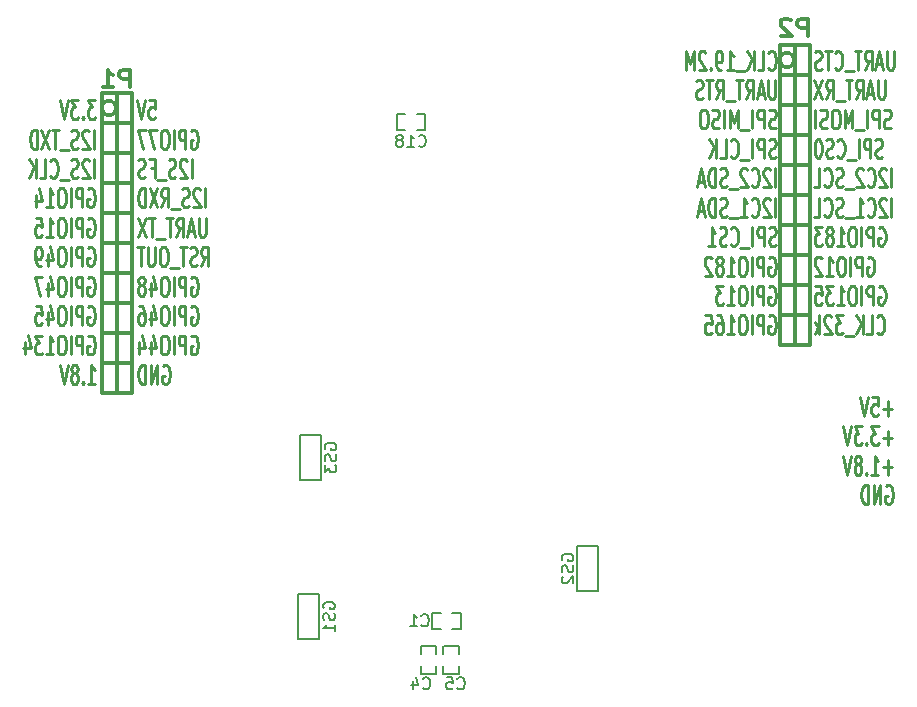
<source format=gbr>
G04 #@! TF.FileFunction,Legend,Bot*
%FSLAX46Y46*%
G04 Gerber Fmt 4.6, Leading zero omitted, Abs format (unit mm)*
G04 Created by KiCad (PCBNEW (2015-01-17 BZR 5377)-product) date Mon 23 Feb 2015 10:49:44 AM ART*
%MOMM*%
G01*
G04 APERTURE LIST*
%ADD10C,0.100000*%
%ADD11C,0.250000*%
%ADD12C,0.300000*%
%ADD13C,0.150000*%
G04 APERTURE END LIST*
D10*
D11*
X103774905Y-56704286D02*
X103013000Y-56704286D01*
X103393952Y-57313810D02*
X103393952Y-56094762D01*
X102060619Y-55713810D02*
X102536810Y-55713810D01*
X102584429Y-56475714D01*
X102536810Y-56399524D01*
X102441572Y-56323333D01*
X102203476Y-56323333D01*
X102108238Y-56399524D01*
X102060619Y-56475714D01*
X102013000Y-56628095D01*
X102013000Y-57009048D01*
X102060619Y-57161429D01*
X102108238Y-57237619D01*
X102203476Y-57313810D01*
X102441572Y-57313810D01*
X102536810Y-57237619D01*
X102584429Y-57161429D01*
X101727286Y-55713810D02*
X101393953Y-57313810D01*
X101060619Y-55713810D01*
X103774905Y-59194286D02*
X103013000Y-59194286D01*
X103393952Y-59803810D02*
X103393952Y-58584762D01*
X102632048Y-58203810D02*
X102013000Y-58203810D01*
X102346334Y-58813333D01*
X102203476Y-58813333D01*
X102108238Y-58889524D01*
X102060619Y-58965714D01*
X102013000Y-59118095D01*
X102013000Y-59499048D01*
X102060619Y-59651429D01*
X102108238Y-59727619D01*
X102203476Y-59803810D01*
X102489191Y-59803810D01*
X102584429Y-59727619D01*
X102632048Y-59651429D01*
X101584429Y-59651429D02*
X101536810Y-59727619D01*
X101584429Y-59803810D01*
X101632048Y-59727619D01*
X101584429Y-59651429D01*
X101584429Y-59803810D01*
X101203477Y-58203810D02*
X100584429Y-58203810D01*
X100917763Y-58813333D01*
X100774905Y-58813333D01*
X100679667Y-58889524D01*
X100632048Y-58965714D01*
X100584429Y-59118095D01*
X100584429Y-59499048D01*
X100632048Y-59651429D01*
X100679667Y-59727619D01*
X100774905Y-59803810D01*
X101060620Y-59803810D01*
X101155858Y-59727619D01*
X101203477Y-59651429D01*
X100298715Y-58203810D02*
X99965382Y-59803810D01*
X99632048Y-58203810D01*
X103774905Y-61684286D02*
X103013000Y-61684286D01*
X103393952Y-62293810D02*
X103393952Y-61074762D01*
X102013000Y-62293810D02*
X102584429Y-62293810D01*
X102298715Y-62293810D02*
X102298715Y-60693810D01*
X102393953Y-60922381D01*
X102489191Y-61074762D01*
X102584429Y-61150952D01*
X101584429Y-62141429D02*
X101536810Y-62217619D01*
X101584429Y-62293810D01*
X101632048Y-62217619D01*
X101584429Y-62141429D01*
X101584429Y-62293810D01*
X100965382Y-61379524D02*
X101060620Y-61303333D01*
X101108239Y-61227143D01*
X101155858Y-61074762D01*
X101155858Y-60998571D01*
X101108239Y-60846190D01*
X101060620Y-60770000D01*
X100965382Y-60693810D01*
X100774905Y-60693810D01*
X100679667Y-60770000D01*
X100632048Y-60846190D01*
X100584429Y-60998571D01*
X100584429Y-61074762D01*
X100632048Y-61227143D01*
X100679667Y-61303333D01*
X100774905Y-61379524D01*
X100965382Y-61379524D01*
X101060620Y-61455714D01*
X101108239Y-61531905D01*
X101155858Y-61684286D01*
X101155858Y-61989048D01*
X101108239Y-62141429D01*
X101060620Y-62217619D01*
X100965382Y-62293810D01*
X100774905Y-62293810D01*
X100679667Y-62217619D01*
X100632048Y-62141429D01*
X100584429Y-61989048D01*
X100584429Y-61684286D01*
X100632048Y-61531905D01*
X100679667Y-61455714D01*
X100774905Y-61379524D01*
X100298715Y-60693810D02*
X99965382Y-62293810D01*
X99632048Y-60693810D01*
X103251095Y-63260000D02*
X103346333Y-63183810D01*
X103489190Y-63183810D01*
X103632048Y-63260000D01*
X103727286Y-63412381D01*
X103774905Y-63564762D01*
X103822524Y-63869524D01*
X103822524Y-64098095D01*
X103774905Y-64402857D01*
X103727286Y-64555238D01*
X103632048Y-64707619D01*
X103489190Y-64783810D01*
X103393952Y-64783810D01*
X103251095Y-64707619D01*
X103203476Y-64631429D01*
X103203476Y-64098095D01*
X103393952Y-64098095D01*
X102774905Y-64783810D02*
X102774905Y-63183810D01*
X102203476Y-64783810D01*
X102203476Y-63183810D01*
X101727286Y-64783810D02*
X101727286Y-63183810D01*
X101489191Y-63183810D01*
X101346333Y-63260000D01*
X101251095Y-63412381D01*
X101203476Y-63564762D01*
X101155857Y-63869524D01*
X101155857Y-64098095D01*
X101203476Y-64402857D01*
X101251095Y-64555238D01*
X101346333Y-64707619D01*
X101489191Y-64783810D01*
X101727286Y-64783810D01*
X93297476Y-27847429D02*
X93345095Y-27923619D01*
X93487952Y-27999810D01*
X93583190Y-27999810D01*
X93726048Y-27923619D01*
X93821286Y-27771238D01*
X93868905Y-27618857D01*
X93916524Y-27314095D01*
X93916524Y-27085524D01*
X93868905Y-26780762D01*
X93821286Y-26628381D01*
X93726048Y-26476000D01*
X93583190Y-26399810D01*
X93487952Y-26399810D01*
X93345095Y-26476000D01*
X93297476Y-26552190D01*
X92392714Y-27999810D02*
X92868905Y-27999810D01*
X92868905Y-26399810D01*
X92059381Y-27999810D02*
X92059381Y-26399810D01*
X91487952Y-27999810D02*
X91916524Y-27085524D01*
X91487952Y-26399810D02*
X92059381Y-27314095D01*
X91297476Y-28152190D02*
X90535571Y-28152190D01*
X89773666Y-27999810D02*
X90345095Y-27999810D01*
X90059381Y-27999810D02*
X90059381Y-26399810D01*
X90154619Y-26628381D01*
X90249857Y-26780762D01*
X90345095Y-26856952D01*
X89297476Y-27999810D02*
X89107000Y-27999810D01*
X89011761Y-27923619D01*
X88964142Y-27847429D01*
X88868904Y-27618857D01*
X88821285Y-27314095D01*
X88821285Y-26704571D01*
X88868904Y-26552190D01*
X88916523Y-26476000D01*
X89011761Y-26399810D01*
X89202238Y-26399810D01*
X89297476Y-26476000D01*
X89345095Y-26552190D01*
X89392714Y-26704571D01*
X89392714Y-27085524D01*
X89345095Y-27237905D01*
X89297476Y-27314095D01*
X89202238Y-27390286D01*
X89011761Y-27390286D01*
X88916523Y-27314095D01*
X88868904Y-27237905D01*
X88821285Y-27085524D01*
X88392714Y-27847429D02*
X88345095Y-27923619D01*
X88392714Y-27999810D01*
X88440333Y-27923619D01*
X88392714Y-27847429D01*
X88392714Y-27999810D01*
X87964143Y-26552190D02*
X87916524Y-26476000D01*
X87821286Y-26399810D01*
X87583190Y-26399810D01*
X87487952Y-26476000D01*
X87440333Y-26552190D01*
X87392714Y-26704571D01*
X87392714Y-26856952D01*
X87440333Y-27085524D01*
X88011762Y-27999810D01*
X87392714Y-27999810D01*
X86964143Y-27999810D02*
X86964143Y-26399810D01*
X86630809Y-27542667D01*
X86297476Y-26399810D01*
X86297476Y-27999810D01*
X93868905Y-28889810D02*
X93868905Y-30185048D01*
X93821286Y-30337429D01*
X93773667Y-30413619D01*
X93678429Y-30489810D01*
X93487952Y-30489810D01*
X93392714Y-30413619D01*
X93345095Y-30337429D01*
X93297476Y-30185048D01*
X93297476Y-28889810D01*
X92868905Y-30032667D02*
X92392714Y-30032667D01*
X92964143Y-30489810D02*
X92630810Y-28889810D01*
X92297476Y-30489810D01*
X91392714Y-30489810D02*
X91726048Y-29727905D01*
X91964143Y-30489810D02*
X91964143Y-28889810D01*
X91583190Y-28889810D01*
X91487952Y-28966000D01*
X91440333Y-29042190D01*
X91392714Y-29194571D01*
X91392714Y-29423143D01*
X91440333Y-29575524D01*
X91487952Y-29651714D01*
X91583190Y-29727905D01*
X91964143Y-29727905D01*
X91107000Y-28889810D02*
X90535571Y-28889810D01*
X90821286Y-30489810D02*
X90821286Y-28889810D01*
X90440333Y-30642190D02*
X89678428Y-30642190D01*
X88868904Y-30489810D02*
X89202238Y-29727905D01*
X89440333Y-30489810D02*
X89440333Y-28889810D01*
X89059380Y-28889810D01*
X88964142Y-28966000D01*
X88916523Y-29042190D01*
X88868904Y-29194571D01*
X88868904Y-29423143D01*
X88916523Y-29575524D01*
X88964142Y-29651714D01*
X89059380Y-29727905D01*
X89440333Y-29727905D01*
X88583190Y-28889810D02*
X88011761Y-28889810D01*
X88297476Y-30489810D02*
X88297476Y-28889810D01*
X87726047Y-30413619D02*
X87583190Y-30489810D01*
X87345094Y-30489810D01*
X87249856Y-30413619D01*
X87202237Y-30337429D01*
X87154618Y-30185048D01*
X87154618Y-30032667D01*
X87202237Y-29880286D01*
X87249856Y-29804095D01*
X87345094Y-29727905D01*
X87535571Y-29651714D01*
X87630809Y-29575524D01*
X87678428Y-29499333D01*
X87726047Y-29346952D01*
X87726047Y-29194571D01*
X87678428Y-29042190D01*
X87630809Y-28966000D01*
X87535571Y-28889810D01*
X87297475Y-28889810D01*
X87154618Y-28966000D01*
X93916524Y-32903619D02*
X93773667Y-32979810D01*
X93535571Y-32979810D01*
X93440333Y-32903619D01*
X93392714Y-32827429D01*
X93345095Y-32675048D01*
X93345095Y-32522667D01*
X93392714Y-32370286D01*
X93440333Y-32294095D01*
X93535571Y-32217905D01*
X93726048Y-32141714D01*
X93821286Y-32065524D01*
X93868905Y-31989333D01*
X93916524Y-31836952D01*
X93916524Y-31684571D01*
X93868905Y-31532190D01*
X93821286Y-31456000D01*
X93726048Y-31379810D01*
X93487952Y-31379810D01*
X93345095Y-31456000D01*
X92916524Y-32979810D02*
X92916524Y-31379810D01*
X92535571Y-31379810D01*
X92440333Y-31456000D01*
X92392714Y-31532190D01*
X92345095Y-31684571D01*
X92345095Y-31913143D01*
X92392714Y-32065524D01*
X92440333Y-32141714D01*
X92535571Y-32217905D01*
X92916524Y-32217905D01*
X91916524Y-32979810D02*
X91916524Y-31379810D01*
X91678429Y-33132190D02*
X90916524Y-33132190D01*
X90678429Y-32979810D02*
X90678429Y-31379810D01*
X90345095Y-32522667D01*
X90011762Y-31379810D01*
X90011762Y-32979810D01*
X89535572Y-32979810D02*
X89535572Y-31379810D01*
X89107001Y-32903619D02*
X88964144Y-32979810D01*
X88726048Y-32979810D01*
X88630810Y-32903619D01*
X88583191Y-32827429D01*
X88535572Y-32675048D01*
X88535572Y-32522667D01*
X88583191Y-32370286D01*
X88630810Y-32294095D01*
X88726048Y-32217905D01*
X88916525Y-32141714D01*
X89011763Y-32065524D01*
X89059382Y-31989333D01*
X89107001Y-31836952D01*
X89107001Y-31684571D01*
X89059382Y-31532190D01*
X89011763Y-31456000D01*
X88916525Y-31379810D01*
X88678429Y-31379810D01*
X88535572Y-31456000D01*
X87916525Y-31379810D02*
X87726048Y-31379810D01*
X87630810Y-31456000D01*
X87535572Y-31608381D01*
X87487953Y-31913143D01*
X87487953Y-32446476D01*
X87535572Y-32751238D01*
X87630810Y-32903619D01*
X87726048Y-32979810D01*
X87916525Y-32979810D01*
X88011763Y-32903619D01*
X88107001Y-32751238D01*
X88154620Y-32446476D01*
X88154620Y-31913143D01*
X88107001Y-31608381D01*
X88011763Y-31456000D01*
X87916525Y-31379810D01*
X93916524Y-35393619D02*
X93773667Y-35469810D01*
X93535571Y-35469810D01*
X93440333Y-35393619D01*
X93392714Y-35317429D01*
X93345095Y-35165048D01*
X93345095Y-35012667D01*
X93392714Y-34860286D01*
X93440333Y-34784095D01*
X93535571Y-34707905D01*
X93726048Y-34631714D01*
X93821286Y-34555524D01*
X93868905Y-34479333D01*
X93916524Y-34326952D01*
X93916524Y-34174571D01*
X93868905Y-34022190D01*
X93821286Y-33946000D01*
X93726048Y-33869810D01*
X93487952Y-33869810D01*
X93345095Y-33946000D01*
X92916524Y-35469810D02*
X92916524Y-33869810D01*
X92535571Y-33869810D01*
X92440333Y-33946000D01*
X92392714Y-34022190D01*
X92345095Y-34174571D01*
X92345095Y-34403143D01*
X92392714Y-34555524D01*
X92440333Y-34631714D01*
X92535571Y-34707905D01*
X92916524Y-34707905D01*
X91916524Y-35469810D02*
X91916524Y-33869810D01*
X91678429Y-35622190D02*
X90916524Y-35622190D01*
X90107000Y-35317429D02*
X90154619Y-35393619D01*
X90297476Y-35469810D01*
X90392714Y-35469810D01*
X90535572Y-35393619D01*
X90630810Y-35241238D01*
X90678429Y-35088857D01*
X90726048Y-34784095D01*
X90726048Y-34555524D01*
X90678429Y-34250762D01*
X90630810Y-34098381D01*
X90535572Y-33946000D01*
X90392714Y-33869810D01*
X90297476Y-33869810D01*
X90154619Y-33946000D01*
X90107000Y-34022190D01*
X89202238Y-35469810D02*
X89678429Y-35469810D01*
X89678429Y-33869810D01*
X88868905Y-35469810D02*
X88868905Y-33869810D01*
X88297476Y-35469810D02*
X88726048Y-34555524D01*
X88297476Y-33869810D02*
X88868905Y-34784095D01*
X93868905Y-37959810D02*
X93868905Y-36359810D01*
X93440334Y-36512190D02*
X93392715Y-36436000D01*
X93297477Y-36359810D01*
X93059381Y-36359810D01*
X92964143Y-36436000D01*
X92916524Y-36512190D01*
X92868905Y-36664571D01*
X92868905Y-36816952D01*
X92916524Y-37045524D01*
X93487953Y-37959810D01*
X92868905Y-37959810D01*
X91868905Y-37807429D02*
X91916524Y-37883619D01*
X92059381Y-37959810D01*
X92154619Y-37959810D01*
X92297477Y-37883619D01*
X92392715Y-37731238D01*
X92440334Y-37578857D01*
X92487953Y-37274095D01*
X92487953Y-37045524D01*
X92440334Y-36740762D01*
X92392715Y-36588381D01*
X92297477Y-36436000D01*
X92154619Y-36359810D01*
X92059381Y-36359810D01*
X91916524Y-36436000D01*
X91868905Y-36512190D01*
X91487953Y-36512190D02*
X91440334Y-36436000D01*
X91345096Y-36359810D01*
X91107000Y-36359810D01*
X91011762Y-36436000D01*
X90964143Y-36512190D01*
X90916524Y-36664571D01*
X90916524Y-36816952D01*
X90964143Y-37045524D01*
X91535572Y-37959810D01*
X90916524Y-37959810D01*
X90726048Y-38112190D02*
X89964143Y-38112190D01*
X89773667Y-37883619D02*
X89630810Y-37959810D01*
X89392714Y-37959810D01*
X89297476Y-37883619D01*
X89249857Y-37807429D01*
X89202238Y-37655048D01*
X89202238Y-37502667D01*
X89249857Y-37350286D01*
X89297476Y-37274095D01*
X89392714Y-37197905D01*
X89583191Y-37121714D01*
X89678429Y-37045524D01*
X89726048Y-36969333D01*
X89773667Y-36816952D01*
X89773667Y-36664571D01*
X89726048Y-36512190D01*
X89678429Y-36436000D01*
X89583191Y-36359810D01*
X89345095Y-36359810D01*
X89202238Y-36436000D01*
X88773667Y-37959810D02*
X88773667Y-36359810D01*
X88535572Y-36359810D01*
X88392714Y-36436000D01*
X88297476Y-36588381D01*
X88249857Y-36740762D01*
X88202238Y-37045524D01*
X88202238Y-37274095D01*
X88249857Y-37578857D01*
X88297476Y-37731238D01*
X88392714Y-37883619D01*
X88535572Y-37959810D01*
X88773667Y-37959810D01*
X87821286Y-37502667D02*
X87345095Y-37502667D01*
X87916524Y-37959810D02*
X87583191Y-36359810D01*
X87249857Y-37959810D01*
X93868905Y-40449810D02*
X93868905Y-38849810D01*
X93440334Y-39002190D02*
X93392715Y-38926000D01*
X93297477Y-38849810D01*
X93059381Y-38849810D01*
X92964143Y-38926000D01*
X92916524Y-39002190D01*
X92868905Y-39154571D01*
X92868905Y-39306952D01*
X92916524Y-39535524D01*
X93487953Y-40449810D01*
X92868905Y-40449810D01*
X91868905Y-40297429D02*
X91916524Y-40373619D01*
X92059381Y-40449810D01*
X92154619Y-40449810D01*
X92297477Y-40373619D01*
X92392715Y-40221238D01*
X92440334Y-40068857D01*
X92487953Y-39764095D01*
X92487953Y-39535524D01*
X92440334Y-39230762D01*
X92392715Y-39078381D01*
X92297477Y-38926000D01*
X92154619Y-38849810D01*
X92059381Y-38849810D01*
X91916524Y-38926000D01*
X91868905Y-39002190D01*
X90916524Y-40449810D02*
X91487953Y-40449810D01*
X91202239Y-40449810D02*
X91202239Y-38849810D01*
X91297477Y-39078381D01*
X91392715Y-39230762D01*
X91487953Y-39306952D01*
X90726048Y-40602190D02*
X89964143Y-40602190D01*
X89773667Y-40373619D02*
X89630810Y-40449810D01*
X89392714Y-40449810D01*
X89297476Y-40373619D01*
X89249857Y-40297429D01*
X89202238Y-40145048D01*
X89202238Y-39992667D01*
X89249857Y-39840286D01*
X89297476Y-39764095D01*
X89392714Y-39687905D01*
X89583191Y-39611714D01*
X89678429Y-39535524D01*
X89726048Y-39459333D01*
X89773667Y-39306952D01*
X89773667Y-39154571D01*
X89726048Y-39002190D01*
X89678429Y-38926000D01*
X89583191Y-38849810D01*
X89345095Y-38849810D01*
X89202238Y-38926000D01*
X88773667Y-40449810D02*
X88773667Y-38849810D01*
X88535572Y-38849810D01*
X88392714Y-38926000D01*
X88297476Y-39078381D01*
X88249857Y-39230762D01*
X88202238Y-39535524D01*
X88202238Y-39764095D01*
X88249857Y-40068857D01*
X88297476Y-40221238D01*
X88392714Y-40373619D01*
X88535572Y-40449810D01*
X88773667Y-40449810D01*
X87821286Y-39992667D02*
X87345095Y-39992667D01*
X87916524Y-40449810D02*
X87583191Y-38849810D01*
X87249857Y-40449810D01*
X93916524Y-42863619D02*
X93773667Y-42939810D01*
X93535571Y-42939810D01*
X93440333Y-42863619D01*
X93392714Y-42787429D01*
X93345095Y-42635048D01*
X93345095Y-42482667D01*
X93392714Y-42330286D01*
X93440333Y-42254095D01*
X93535571Y-42177905D01*
X93726048Y-42101714D01*
X93821286Y-42025524D01*
X93868905Y-41949333D01*
X93916524Y-41796952D01*
X93916524Y-41644571D01*
X93868905Y-41492190D01*
X93821286Y-41416000D01*
X93726048Y-41339810D01*
X93487952Y-41339810D01*
X93345095Y-41416000D01*
X92916524Y-42939810D02*
X92916524Y-41339810D01*
X92535571Y-41339810D01*
X92440333Y-41416000D01*
X92392714Y-41492190D01*
X92345095Y-41644571D01*
X92345095Y-41873143D01*
X92392714Y-42025524D01*
X92440333Y-42101714D01*
X92535571Y-42177905D01*
X92916524Y-42177905D01*
X91916524Y-42939810D02*
X91916524Y-41339810D01*
X91678429Y-43092190D02*
X90916524Y-43092190D01*
X90107000Y-42787429D02*
X90154619Y-42863619D01*
X90297476Y-42939810D01*
X90392714Y-42939810D01*
X90535572Y-42863619D01*
X90630810Y-42711238D01*
X90678429Y-42558857D01*
X90726048Y-42254095D01*
X90726048Y-42025524D01*
X90678429Y-41720762D01*
X90630810Y-41568381D01*
X90535572Y-41416000D01*
X90392714Y-41339810D01*
X90297476Y-41339810D01*
X90154619Y-41416000D01*
X90107000Y-41492190D01*
X89726048Y-42863619D02*
X89583191Y-42939810D01*
X89345095Y-42939810D01*
X89249857Y-42863619D01*
X89202238Y-42787429D01*
X89154619Y-42635048D01*
X89154619Y-42482667D01*
X89202238Y-42330286D01*
X89249857Y-42254095D01*
X89345095Y-42177905D01*
X89535572Y-42101714D01*
X89630810Y-42025524D01*
X89678429Y-41949333D01*
X89726048Y-41796952D01*
X89726048Y-41644571D01*
X89678429Y-41492190D01*
X89630810Y-41416000D01*
X89535572Y-41339810D01*
X89297476Y-41339810D01*
X89154619Y-41416000D01*
X88202238Y-42939810D02*
X88773667Y-42939810D01*
X88487953Y-42939810D02*
X88487953Y-41339810D01*
X88583191Y-41568381D01*
X88678429Y-41720762D01*
X88773667Y-41796952D01*
X93345095Y-43906000D02*
X93440333Y-43829810D01*
X93583190Y-43829810D01*
X93726048Y-43906000D01*
X93821286Y-44058381D01*
X93868905Y-44210762D01*
X93916524Y-44515524D01*
X93916524Y-44744095D01*
X93868905Y-45048857D01*
X93821286Y-45201238D01*
X93726048Y-45353619D01*
X93583190Y-45429810D01*
X93487952Y-45429810D01*
X93345095Y-45353619D01*
X93297476Y-45277429D01*
X93297476Y-44744095D01*
X93487952Y-44744095D01*
X92868905Y-45429810D02*
X92868905Y-43829810D01*
X92487952Y-43829810D01*
X92392714Y-43906000D01*
X92345095Y-43982190D01*
X92297476Y-44134571D01*
X92297476Y-44363143D01*
X92345095Y-44515524D01*
X92392714Y-44591714D01*
X92487952Y-44667905D01*
X92868905Y-44667905D01*
X91868905Y-45429810D02*
X91868905Y-43829810D01*
X91202239Y-43829810D02*
X91011762Y-43829810D01*
X90916524Y-43906000D01*
X90821286Y-44058381D01*
X90773667Y-44363143D01*
X90773667Y-44896476D01*
X90821286Y-45201238D01*
X90916524Y-45353619D01*
X91011762Y-45429810D01*
X91202239Y-45429810D01*
X91297477Y-45353619D01*
X91392715Y-45201238D01*
X91440334Y-44896476D01*
X91440334Y-44363143D01*
X91392715Y-44058381D01*
X91297477Y-43906000D01*
X91202239Y-43829810D01*
X89821286Y-45429810D02*
X90392715Y-45429810D01*
X90107001Y-45429810D02*
X90107001Y-43829810D01*
X90202239Y-44058381D01*
X90297477Y-44210762D01*
X90392715Y-44286952D01*
X89249858Y-44515524D02*
X89345096Y-44439333D01*
X89392715Y-44363143D01*
X89440334Y-44210762D01*
X89440334Y-44134571D01*
X89392715Y-43982190D01*
X89345096Y-43906000D01*
X89249858Y-43829810D01*
X89059381Y-43829810D01*
X88964143Y-43906000D01*
X88916524Y-43982190D01*
X88868905Y-44134571D01*
X88868905Y-44210762D01*
X88916524Y-44363143D01*
X88964143Y-44439333D01*
X89059381Y-44515524D01*
X89249858Y-44515524D01*
X89345096Y-44591714D01*
X89392715Y-44667905D01*
X89440334Y-44820286D01*
X89440334Y-45125048D01*
X89392715Y-45277429D01*
X89345096Y-45353619D01*
X89249858Y-45429810D01*
X89059381Y-45429810D01*
X88964143Y-45353619D01*
X88916524Y-45277429D01*
X88868905Y-45125048D01*
X88868905Y-44820286D01*
X88916524Y-44667905D01*
X88964143Y-44591714D01*
X89059381Y-44515524D01*
X88487953Y-43982190D02*
X88440334Y-43906000D01*
X88345096Y-43829810D01*
X88107000Y-43829810D01*
X88011762Y-43906000D01*
X87964143Y-43982190D01*
X87916524Y-44134571D01*
X87916524Y-44286952D01*
X87964143Y-44515524D01*
X88535572Y-45429810D01*
X87916524Y-45429810D01*
X93345095Y-46396000D02*
X93440333Y-46319810D01*
X93583190Y-46319810D01*
X93726048Y-46396000D01*
X93821286Y-46548381D01*
X93868905Y-46700762D01*
X93916524Y-47005524D01*
X93916524Y-47234095D01*
X93868905Y-47538857D01*
X93821286Y-47691238D01*
X93726048Y-47843619D01*
X93583190Y-47919810D01*
X93487952Y-47919810D01*
X93345095Y-47843619D01*
X93297476Y-47767429D01*
X93297476Y-47234095D01*
X93487952Y-47234095D01*
X92868905Y-47919810D02*
X92868905Y-46319810D01*
X92487952Y-46319810D01*
X92392714Y-46396000D01*
X92345095Y-46472190D01*
X92297476Y-46624571D01*
X92297476Y-46853143D01*
X92345095Y-47005524D01*
X92392714Y-47081714D01*
X92487952Y-47157905D01*
X92868905Y-47157905D01*
X91868905Y-47919810D02*
X91868905Y-46319810D01*
X91202239Y-46319810D02*
X91011762Y-46319810D01*
X90916524Y-46396000D01*
X90821286Y-46548381D01*
X90773667Y-46853143D01*
X90773667Y-47386476D01*
X90821286Y-47691238D01*
X90916524Y-47843619D01*
X91011762Y-47919810D01*
X91202239Y-47919810D01*
X91297477Y-47843619D01*
X91392715Y-47691238D01*
X91440334Y-47386476D01*
X91440334Y-46853143D01*
X91392715Y-46548381D01*
X91297477Y-46396000D01*
X91202239Y-46319810D01*
X89821286Y-47919810D02*
X90392715Y-47919810D01*
X90107001Y-47919810D02*
X90107001Y-46319810D01*
X90202239Y-46548381D01*
X90297477Y-46700762D01*
X90392715Y-46776952D01*
X89487953Y-46319810D02*
X88868905Y-46319810D01*
X89202239Y-46929333D01*
X89059381Y-46929333D01*
X88964143Y-47005524D01*
X88916524Y-47081714D01*
X88868905Y-47234095D01*
X88868905Y-47615048D01*
X88916524Y-47767429D01*
X88964143Y-47843619D01*
X89059381Y-47919810D01*
X89345096Y-47919810D01*
X89440334Y-47843619D01*
X89487953Y-47767429D01*
X93345095Y-48886000D02*
X93440333Y-48809810D01*
X93583190Y-48809810D01*
X93726048Y-48886000D01*
X93821286Y-49038381D01*
X93868905Y-49190762D01*
X93916524Y-49495524D01*
X93916524Y-49724095D01*
X93868905Y-50028857D01*
X93821286Y-50181238D01*
X93726048Y-50333619D01*
X93583190Y-50409810D01*
X93487952Y-50409810D01*
X93345095Y-50333619D01*
X93297476Y-50257429D01*
X93297476Y-49724095D01*
X93487952Y-49724095D01*
X92868905Y-50409810D02*
X92868905Y-48809810D01*
X92487952Y-48809810D01*
X92392714Y-48886000D01*
X92345095Y-48962190D01*
X92297476Y-49114571D01*
X92297476Y-49343143D01*
X92345095Y-49495524D01*
X92392714Y-49571714D01*
X92487952Y-49647905D01*
X92868905Y-49647905D01*
X91868905Y-50409810D02*
X91868905Y-48809810D01*
X91202239Y-48809810D02*
X91011762Y-48809810D01*
X90916524Y-48886000D01*
X90821286Y-49038381D01*
X90773667Y-49343143D01*
X90773667Y-49876476D01*
X90821286Y-50181238D01*
X90916524Y-50333619D01*
X91011762Y-50409810D01*
X91202239Y-50409810D01*
X91297477Y-50333619D01*
X91392715Y-50181238D01*
X91440334Y-49876476D01*
X91440334Y-49343143D01*
X91392715Y-49038381D01*
X91297477Y-48886000D01*
X91202239Y-48809810D01*
X89821286Y-50409810D02*
X90392715Y-50409810D01*
X90107001Y-50409810D02*
X90107001Y-48809810D01*
X90202239Y-49038381D01*
X90297477Y-49190762D01*
X90392715Y-49266952D01*
X88964143Y-48809810D02*
X89154620Y-48809810D01*
X89249858Y-48886000D01*
X89297477Y-48962190D01*
X89392715Y-49190762D01*
X89440334Y-49495524D01*
X89440334Y-50105048D01*
X89392715Y-50257429D01*
X89345096Y-50333619D01*
X89249858Y-50409810D01*
X89059381Y-50409810D01*
X88964143Y-50333619D01*
X88916524Y-50257429D01*
X88868905Y-50105048D01*
X88868905Y-49724095D01*
X88916524Y-49571714D01*
X88964143Y-49495524D01*
X89059381Y-49419333D01*
X89249858Y-49419333D01*
X89345096Y-49495524D01*
X89392715Y-49571714D01*
X89440334Y-49724095D01*
X87964143Y-48809810D02*
X88440334Y-48809810D01*
X88487953Y-49571714D01*
X88440334Y-49495524D01*
X88345096Y-49419333D01*
X88107000Y-49419333D01*
X88011762Y-49495524D01*
X87964143Y-49571714D01*
X87916524Y-49724095D01*
X87916524Y-50105048D01*
X87964143Y-50257429D01*
X88011762Y-50333619D01*
X88107000Y-50409810D01*
X88345096Y-50409810D01*
X88440334Y-50333619D01*
X88487953Y-50257429D01*
X103932763Y-26399810D02*
X103932763Y-27695048D01*
X103885144Y-27847429D01*
X103837525Y-27923619D01*
X103742287Y-27999810D01*
X103551810Y-27999810D01*
X103456572Y-27923619D01*
X103408953Y-27847429D01*
X103361334Y-27695048D01*
X103361334Y-26399810D01*
X102932763Y-27542667D02*
X102456572Y-27542667D01*
X103028001Y-27999810D02*
X102694668Y-26399810D01*
X102361334Y-27999810D01*
X101456572Y-27999810D02*
X101789906Y-27237905D01*
X102028001Y-27999810D02*
X102028001Y-26399810D01*
X101647048Y-26399810D01*
X101551810Y-26476000D01*
X101504191Y-26552190D01*
X101456572Y-26704571D01*
X101456572Y-26933143D01*
X101504191Y-27085524D01*
X101551810Y-27161714D01*
X101647048Y-27237905D01*
X102028001Y-27237905D01*
X101170858Y-26399810D02*
X100599429Y-26399810D01*
X100885144Y-27999810D02*
X100885144Y-26399810D01*
X100504191Y-28152190D02*
X99742286Y-28152190D01*
X98932762Y-27847429D02*
X98980381Y-27923619D01*
X99123238Y-27999810D01*
X99218476Y-27999810D01*
X99361334Y-27923619D01*
X99456572Y-27771238D01*
X99504191Y-27618857D01*
X99551810Y-27314095D01*
X99551810Y-27085524D01*
X99504191Y-26780762D01*
X99456572Y-26628381D01*
X99361334Y-26476000D01*
X99218476Y-26399810D01*
X99123238Y-26399810D01*
X98980381Y-26476000D01*
X98932762Y-26552190D01*
X98647048Y-26399810D02*
X98075619Y-26399810D01*
X98361334Y-27999810D02*
X98361334Y-26399810D01*
X97789905Y-27923619D02*
X97647048Y-27999810D01*
X97408952Y-27999810D01*
X97313714Y-27923619D01*
X97266095Y-27847429D01*
X97218476Y-27695048D01*
X97218476Y-27542667D01*
X97266095Y-27390286D01*
X97313714Y-27314095D01*
X97408952Y-27237905D01*
X97599429Y-27161714D01*
X97694667Y-27085524D01*
X97742286Y-27009333D01*
X97789905Y-26856952D01*
X97789905Y-26704571D01*
X97742286Y-26552190D01*
X97694667Y-26476000D01*
X97599429Y-26399810D01*
X97361333Y-26399810D01*
X97218476Y-26476000D01*
X103170858Y-28889810D02*
X103170858Y-30185048D01*
X103123239Y-30337429D01*
X103075620Y-30413619D01*
X102980382Y-30489810D01*
X102789905Y-30489810D01*
X102694667Y-30413619D01*
X102647048Y-30337429D01*
X102599429Y-30185048D01*
X102599429Y-28889810D01*
X102170858Y-30032667D02*
X101694667Y-30032667D01*
X102266096Y-30489810D02*
X101932763Y-28889810D01*
X101599429Y-30489810D01*
X100694667Y-30489810D02*
X101028001Y-29727905D01*
X101266096Y-30489810D02*
X101266096Y-28889810D01*
X100885143Y-28889810D01*
X100789905Y-28966000D01*
X100742286Y-29042190D01*
X100694667Y-29194571D01*
X100694667Y-29423143D01*
X100742286Y-29575524D01*
X100789905Y-29651714D01*
X100885143Y-29727905D01*
X101266096Y-29727905D01*
X100408953Y-28889810D02*
X99837524Y-28889810D01*
X100123239Y-30489810D02*
X100123239Y-28889810D01*
X99742286Y-30642190D02*
X98980381Y-30642190D01*
X98170857Y-30489810D02*
X98504191Y-29727905D01*
X98742286Y-30489810D02*
X98742286Y-28889810D01*
X98361333Y-28889810D01*
X98266095Y-28966000D01*
X98218476Y-29042190D01*
X98170857Y-29194571D01*
X98170857Y-29423143D01*
X98218476Y-29575524D01*
X98266095Y-29651714D01*
X98361333Y-29727905D01*
X98742286Y-29727905D01*
X97837524Y-28889810D02*
X97170857Y-30489810D01*
X97170857Y-28889810D02*
X97837524Y-30489810D01*
X103647047Y-32903619D02*
X103504190Y-32979810D01*
X103266094Y-32979810D01*
X103170856Y-32903619D01*
X103123237Y-32827429D01*
X103075618Y-32675048D01*
X103075618Y-32522667D01*
X103123237Y-32370286D01*
X103170856Y-32294095D01*
X103266094Y-32217905D01*
X103456571Y-32141714D01*
X103551809Y-32065524D01*
X103599428Y-31989333D01*
X103647047Y-31836952D01*
X103647047Y-31684571D01*
X103599428Y-31532190D01*
X103551809Y-31456000D01*
X103456571Y-31379810D01*
X103218475Y-31379810D01*
X103075618Y-31456000D01*
X102647047Y-32979810D02*
X102647047Y-31379810D01*
X102266094Y-31379810D01*
X102170856Y-31456000D01*
X102123237Y-31532190D01*
X102075618Y-31684571D01*
X102075618Y-31913143D01*
X102123237Y-32065524D01*
X102170856Y-32141714D01*
X102266094Y-32217905D01*
X102647047Y-32217905D01*
X101647047Y-32979810D02*
X101647047Y-31379810D01*
X101408952Y-33132190D02*
X100647047Y-33132190D01*
X100408952Y-32979810D02*
X100408952Y-31379810D01*
X100075618Y-32522667D01*
X99742285Y-31379810D01*
X99742285Y-32979810D01*
X99075619Y-31379810D02*
X98885142Y-31379810D01*
X98789904Y-31456000D01*
X98694666Y-31608381D01*
X98647047Y-31913143D01*
X98647047Y-32446476D01*
X98694666Y-32751238D01*
X98789904Y-32903619D01*
X98885142Y-32979810D01*
X99075619Y-32979810D01*
X99170857Y-32903619D01*
X99266095Y-32751238D01*
X99313714Y-32446476D01*
X99313714Y-31913143D01*
X99266095Y-31608381D01*
X99170857Y-31456000D01*
X99075619Y-31379810D01*
X98266095Y-32903619D02*
X98123238Y-32979810D01*
X97885142Y-32979810D01*
X97789904Y-32903619D01*
X97742285Y-32827429D01*
X97694666Y-32675048D01*
X97694666Y-32522667D01*
X97742285Y-32370286D01*
X97789904Y-32294095D01*
X97885142Y-32217905D01*
X98075619Y-32141714D01*
X98170857Y-32065524D01*
X98218476Y-31989333D01*
X98266095Y-31836952D01*
X98266095Y-31684571D01*
X98218476Y-31532190D01*
X98170857Y-31456000D01*
X98075619Y-31379810D01*
X97837523Y-31379810D01*
X97694666Y-31456000D01*
X97266095Y-32979810D02*
X97266095Y-31379810D01*
X102932762Y-35393619D02*
X102789905Y-35469810D01*
X102551809Y-35469810D01*
X102456571Y-35393619D01*
X102408952Y-35317429D01*
X102361333Y-35165048D01*
X102361333Y-35012667D01*
X102408952Y-34860286D01*
X102456571Y-34784095D01*
X102551809Y-34707905D01*
X102742286Y-34631714D01*
X102837524Y-34555524D01*
X102885143Y-34479333D01*
X102932762Y-34326952D01*
X102932762Y-34174571D01*
X102885143Y-34022190D01*
X102837524Y-33946000D01*
X102742286Y-33869810D01*
X102504190Y-33869810D01*
X102361333Y-33946000D01*
X101932762Y-35469810D02*
X101932762Y-33869810D01*
X101551809Y-33869810D01*
X101456571Y-33946000D01*
X101408952Y-34022190D01*
X101361333Y-34174571D01*
X101361333Y-34403143D01*
X101408952Y-34555524D01*
X101456571Y-34631714D01*
X101551809Y-34707905D01*
X101932762Y-34707905D01*
X100932762Y-35469810D02*
X100932762Y-33869810D01*
X100694667Y-35622190D02*
X99932762Y-35622190D01*
X99123238Y-35317429D02*
X99170857Y-35393619D01*
X99313714Y-35469810D01*
X99408952Y-35469810D01*
X99551810Y-35393619D01*
X99647048Y-35241238D01*
X99694667Y-35088857D01*
X99742286Y-34784095D01*
X99742286Y-34555524D01*
X99694667Y-34250762D01*
X99647048Y-34098381D01*
X99551810Y-33946000D01*
X99408952Y-33869810D01*
X99313714Y-33869810D01*
X99170857Y-33946000D01*
X99123238Y-34022190D01*
X98742286Y-35393619D02*
X98599429Y-35469810D01*
X98361333Y-35469810D01*
X98266095Y-35393619D01*
X98218476Y-35317429D01*
X98170857Y-35165048D01*
X98170857Y-35012667D01*
X98218476Y-34860286D01*
X98266095Y-34784095D01*
X98361333Y-34707905D01*
X98551810Y-34631714D01*
X98647048Y-34555524D01*
X98694667Y-34479333D01*
X98742286Y-34326952D01*
X98742286Y-34174571D01*
X98694667Y-34022190D01*
X98647048Y-33946000D01*
X98551810Y-33869810D01*
X98313714Y-33869810D01*
X98170857Y-33946000D01*
X97551810Y-33869810D02*
X97456571Y-33869810D01*
X97361333Y-33946000D01*
X97313714Y-34022190D01*
X97266095Y-34174571D01*
X97218476Y-34479333D01*
X97218476Y-34860286D01*
X97266095Y-35165048D01*
X97313714Y-35317429D01*
X97361333Y-35393619D01*
X97456571Y-35469810D01*
X97551810Y-35469810D01*
X97647048Y-35393619D01*
X97694667Y-35317429D01*
X97742286Y-35165048D01*
X97789905Y-34860286D01*
X97789905Y-34479333D01*
X97742286Y-34174571D01*
X97694667Y-34022190D01*
X97647048Y-33946000D01*
X97551810Y-33869810D01*
X103694667Y-37959810D02*
X103694667Y-36359810D01*
X103266096Y-36512190D02*
X103218477Y-36436000D01*
X103123239Y-36359810D01*
X102885143Y-36359810D01*
X102789905Y-36436000D01*
X102742286Y-36512190D01*
X102694667Y-36664571D01*
X102694667Y-36816952D01*
X102742286Y-37045524D01*
X103313715Y-37959810D01*
X102694667Y-37959810D01*
X101694667Y-37807429D02*
X101742286Y-37883619D01*
X101885143Y-37959810D01*
X101980381Y-37959810D01*
X102123239Y-37883619D01*
X102218477Y-37731238D01*
X102266096Y-37578857D01*
X102313715Y-37274095D01*
X102313715Y-37045524D01*
X102266096Y-36740762D01*
X102218477Y-36588381D01*
X102123239Y-36436000D01*
X101980381Y-36359810D01*
X101885143Y-36359810D01*
X101742286Y-36436000D01*
X101694667Y-36512190D01*
X101313715Y-36512190D02*
X101266096Y-36436000D01*
X101170858Y-36359810D01*
X100932762Y-36359810D01*
X100837524Y-36436000D01*
X100789905Y-36512190D01*
X100742286Y-36664571D01*
X100742286Y-36816952D01*
X100789905Y-37045524D01*
X101361334Y-37959810D01*
X100742286Y-37959810D01*
X100551810Y-38112190D02*
X99789905Y-38112190D01*
X99599429Y-37883619D02*
X99456572Y-37959810D01*
X99218476Y-37959810D01*
X99123238Y-37883619D01*
X99075619Y-37807429D01*
X99028000Y-37655048D01*
X99028000Y-37502667D01*
X99075619Y-37350286D01*
X99123238Y-37274095D01*
X99218476Y-37197905D01*
X99408953Y-37121714D01*
X99504191Y-37045524D01*
X99551810Y-36969333D01*
X99599429Y-36816952D01*
X99599429Y-36664571D01*
X99551810Y-36512190D01*
X99504191Y-36436000D01*
X99408953Y-36359810D01*
X99170857Y-36359810D01*
X99028000Y-36436000D01*
X98028000Y-37807429D02*
X98075619Y-37883619D01*
X98218476Y-37959810D01*
X98313714Y-37959810D01*
X98456572Y-37883619D01*
X98551810Y-37731238D01*
X98599429Y-37578857D01*
X98647048Y-37274095D01*
X98647048Y-37045524D01*
X98599429Y-36740762D01*
X98551810Y-36588381D01*
X98456572Y-36436000D01*
X98313714Y-36359810D01*
X98218476Y-36359810D01*
X98075619Y-36436000D01*
X98028000Y-36512190D01*
X97123238Y-37959810D02*
X97599429Y-37959810D01*
X97599429Y-36359810D01*
X103694667Y-40449810D02*
X103694667Y-38849810D01*
X103266096Y-39002190D02*
X103218477Y-38926000D01*
X103123239Y-38849810D01*
X102885143Y-38849810D01*
X102789905Y-38926000D01*
X102742286Y-39002190D01*
X102694667Y-39154571D01*
X102694667Y-39306952D01*
X102742286Y-39535524D01*
X103313715Y-40449810D01*
X102694667Y-40449810D01*
X101694667Y-40297429D02*
X101742286Y-40373619D01*
X101885143Y-40449810D01*
X101980381Y-40449810D01*
X102123239Y-40373619D01*
X102218477Y-40221238D01*
X102266096Y-40068857D01*
X102313715Y-39764095D01*
X102313715Y-39535524D01*
X102266096Y-39230762D01*
X102218477Y-39078381D01*
X102123239Y-38926000D01*
X101980381Y-38849810D01*
X101885143Y-38849810D01*
X101742286Y-38926000D01*
X101694667Y-39002190D01*
X100742286Y-40449810D02*
X101313715Y-40449810D01*
X101028001Y-40449810D02*
X101028001Y-38849810D01*
X101123239Y-39078381D01*
X101218477Y-39230762D01*
X101313715Y-39306952D01*
X100551810Y-40602190D02*
X99789905Y-40602190D01*
X99599429Y-40373619D02*
X99456572Y-40449810D01*
X99218476Y-40449810D01*
X99123238Y-40373619D01*
X99075619Y-40297429D01*
X99028000Y-40145048D01*
X99028000Y-39992667D01*
X99075619Y-39840286D01*
X99123238Y-39764095D01*
X99218476Y-39687905D01*
X99408953Y-39611714D01*
X99504191Y-39535524D01*
X99551810Y-39459333D01*
X99599429Y-39306952D01*
X99599429Y-39154571D01*
X99551810Y-39002190D01*
X99504191Y-38926000D01*
X99408953Y-38849810D01*
X99170857Y-38849810D01*
X99028000Y-38926000D01*
X98028000Y-40297429D02*
X98075619Y-40373619D01*
X98218476Y-40449810D01*
X98313714Y-40449810D01*
X98456572Y-40373619D01*
X98551810Y-40221238D01*
X98599429Y-40068857D01*
X98647048Y-39764095D01*
X98647048Y-39535524D01*
X98599429Y-39230762D01*
X98551810Y-39078381D01*
X98456572Y-38926000D01*
X98313714Y-38849810D01*
X98218476Y-38849810D01*
X98075619Y-38926000D01*
X98028000Y-39002190D01*
X97123238Y-40449810D02*
X97599429Y-40449810D01*
X97599429Y-38849810D01*
X102647047Y-41416000D02*
X102742285Y-41339810D01*
X102885142Y-41339810D01*
X103028000Y-41416000D01*
X103123238Y-41568381D01*
X103170857Y-41720762D01*
X103218476Y-42025524D01*
X103218476Y-42254095D01*
X103170857Y-42558857D01*
X103123238Y-42711238D01*
X103028000Y-42863619D01*
X102885142Y-42939810D01*
X102789904Y-42939810D01*
X102647047Y-42863619D01*
X102599428Y-42787429D01*
X102599428Y-42254095D01*
X102789904Y-42254095D01*
X102170857Y-42939810D02*
X102170857Y-41339810D01*
X101789904Y-41339810D01*
X101694666Y-41416000D01*
X101647047Y-41492190D01*
X101599428Y-41644571D01*
X101599428Y-41873143D01*
X101647047Y-42025524D01*
X101694666Y-42101714D01*
X101789904Y-42177905D01*
X102170857Y-42177905D01*
X101170857Y-42939810D02*
X101170857Y-41339810D01*
X100504191Y-41339810D02*
X100313714Y-41339810D01*
X100218476Y-41416000D01*
X100123238Y-41568381D01*
X100075619Y-41873143D01*
X100075619Y-42406476D01*
X100123238Y-42711238D01*
X100218476Y-42863619D01*
X100313714Y-42939810D01*
X100504191Y-42939810D01*
X100599429Y-42863619D01*
X100694667Y-42711238D01*
X100742286Y-42406476D01*
X100742286Y-41873143D01*
X100694667Y-41568381D01*
X100599429Y-41416000D01*
X100504191Y-41339810D01*
X99123238Y-42939810D02*
X99694667Y-42939810D01*
X99408953Y-42939810D02*
X99408953Y-41339810D01*
X99504191Y-41568381D01*
X99599429Y-41720762D01*
X99694667Y-41796952D01*
X98551810Y-42025524D02*
X98647048Y-41949333D01*
X98694667Y-41873143D01*
X98742286Y-41720762D01*
X98742286Y-41644571D01*
X98694667Y-41492190D01*
X98647048Y-41416000D01*
X98551810Y-41339810D01*
X98361333Y-41339810D01*
X98266095Y-41416000D01*
X98218476Y-41492190D01*
X98170857Y-41644571D01*
X98170857Y-41720762D01*
X98218476Y-41873143D01*
X98266095Y-41949333D01*
X98361333Y-42025524D01*
X98551810Y-42025524D01*
X98647048Y-42101714D01*
X98694667Y-42177905D01*
X98742286Y-42330286D01*
X98742286Y-42635048D01*
X98694667Y-42787429D01*
X98647048Y-42863619D01*
X98551810Y-42939810D01*
X98361333Y-42939810D01*
X98266095Y-42863619D01*
X98218476Y-42787429D01*
X98170857Y-42635048D01*
X98170857Y-42330286D01*
X98218476Y-42177905D01*
X98266095Y-42101714D01*
X98361333Y-42025524D01*
X97837524Y-41339810D02*
X97218476Y-41339810D01*
X97551810Y-41949333D01*
X97408952Y-41949333D01*
X97313714Y-42025524D01*
X97266095Y-42101714D01*
X97218476Y-42254095D01*
X97218476Y-42635048D01*
X97266095Y-42787429D01*
X97313714Y-42863619D01*
X97408952Y-42939810D01*
X97694667Y-42939810D01*
X97789905Y-42863619D01*
X97837524Y-42787429D01*
X101694666Y-43906000D02*
X101789904Y-43829810D01*
X101932761Y-43829810D01*
X102075619Y-43906000D01*
X102170857Y-44058381D01*
X102218476Y-44210762D01*
X102266095Y-44515524D01*
X102266095Y-44744095D01*
X102218476Y-45048857D01*
X102170857Y-45201238D01*
X102075619Y-45353619D01*
X101932761Y-45429810D01*
X101837523Y-45429810D01*
X101694666Y-45353619D01*
X101647047Y-45277429D01*
X101647047Y-44744095D01*
X101837523Y-44744095D01*
X101218476Y-45429810D02*
X101218476Y-43829810D01*
X100837523Y-43829810D01*
X100742285Y-43906000D01*
X100694666Y-43982190D01*
X100647047Y-44134571D01*
X100647047Y-44363143D01*
X100694666Y-44515524D01*
X100742285Y-44591714D01*
X100837523Y-44667905D01*
X101218476Y-44667905D01*
X100218476Y-45429810D02*
X100218476Y-43829810D01*
X99551810Y-43829810D02*
X99361333Y-43829810D01*
X99266095Y-43906000D01*
X99170857Y-44058381D01*
X99123238Y-44363143D01*
X99123238Y-44896476D01*
X99170857Y-45201238D01*
X99266095Y-45353619D01*
X99361333Y-45429810D01*
X99551810Y-45429810D01*
X99647048Y-45353619D01*
X99742286Y-45201238D01*
X99789905Y-44896476D01*
X99789905Y-44363143D01*
X99742286Y-44058381D01*
X99647048Y-43906000D01*
X99551810Y-43829810D01*
X98170857Y-45429810D02*
X98742286Y-45429810D01*
X98456572Y-45429810D02*
X98456572Y-43829810D01*
X98551810Y-44058381D01*
X98647048Y-44210762D01*
X98742286Y-44286952D01*
X97789905Y-43982190D02*
X97742286Y-43906000D01*
X97647048Y-43829810D01*
X97408952Y-43829810D01*
X97313714Y-43906000D01*
X97266095Y-43982190D01*
X97218476Y-44134571D01*
X97218476Y-44286952D01*
X97266095Y-44515524D01*
X97837524Y-45429810D01*
X97218476Y-45429810D01*
X102647047Y-46396000D02*
X102742285Y-46319810D01*
X102885142Y-46319810D01*
X103028000Y-46396000D01*
X103123238Y-46548381D01*
X103170857Y-46700762D01*
X103218476Y-47005524D01*
X103218476Y-47234095D01*
X103170857Y-47538857D01*
X103123238Y-47691238D01*
X103028000Y-47843619D01*
X102885142Y-47919810D01*
X102789904Y-47919810D01*
X102647047Y-47843619D01*
X102599428Y-47767429D01*
X102599428Y-47234095D01*
X102789904Y-47234095D01*
X102170857Y-47919810D02*
X102170857Y-46319810D01*
X101789904Y-46319810D01*
X101694666Y-46396000D01*
X101647047Y-46472190D01*
X101599428Y-46624571D01*
X101599428Y-46853143D01*
X101647047Y-47005524D01*
X101694666Y-47081714D01*
X101789904Y-47157905D01*
X102170857Y-47157905D01*
X101170857Y-47919810D02*
X101170857Y-46319810D01*
X100504191Y-46319810D02*
X100313714Y-46319810D01*
X100218476Y-46396000D01*
X100123238Y-46548381D01*
X100075619Y-46853143D01*
X100075619Y-47386476D01*
X100123238Y-47691238D01*
X100218476Y-47843619D01*
X100313714Y-47919810D01*
X100504191Y-47919810D01*
X100599429Y-47843619D01*
X100694667Y-47691238D01*
X100742286Y-47386476D01*
X100742286Y-46853143D01*
X100694667Y-46548381D01*
X100599429Y-46396000D01*
X100504191Y-46319810D01*
X99123238Y-47919810D02*
X99694667Y-47919810D01*
X99408953Y-47919810D02*
X99408953Y-46319810D01*
X99504191Y-46548381D01*
X99599429Y-46700762D01*
X99694667Y-46776952D01*
X98789905Y-46319810D02*
X98170857Y-46319810D01*
X98504191Y-46929333D01*
X98361333Y-46929333D01*
X98266095Y-47005524D01*
X98218476Y-47081714D01*
X98170857Y-47234095D01*
X98170857Y-47615048D01*
X98218476Y-47767429D01*
X98266095Y-47843619D01*
X98361333Y-47919810D01*
X98647048Y-47919810D01*
X98742286Y-47843619D01*
X98789905Y-47767429D01*
X97266095Y-46319810D02*
X97742286Y-46319810D01*
X97789905Y-47081714D01*
X97742286Y-47005524D01*
X97647048Y-46929333D01*
X97408952Y-46929333D01*
X97313714Y-47005524D01*
X97266095Y-47081714D01*
X97218476Y-47234095D01*
X97218476Y-47615048D01*
X97266095Y-47767429D01*
X97313714Y-47843619D01*
X97408952Y-47919810D01*
X97647048Y-47919810D01*
X97742286Y-47843619D01*
X97789905Y-47767429D01*
X102504191Y-50257429D02*
X102551810Y-50333619D01*
X102694667Y-50409810D01*
X102789905Y-50409810D01*
X102932763Y-50333619D01*
X103028001Y-50181238D01*
X103075620Y-50028857D01*
X103123239Y-49724095D01*
X103123239Y-49495524D01*
X103075620Y-49190762D01*
X103028001Y-49038381D01*
X102932763Y-48886000D01*
X102789905Y-48809810D01*
X102694667Y-48809810D01*
X102551810Y-48886000D01*
X102504191Y-48962190D01*
X101599429Y-50409810D02*
X102075620Y-50409810D01*
X102075620Y-48809810D01*
X101266096Y-50409810D02*
X101266096Y-48809810D01*
X100694667Y-50409810D02*
X101123239Y-49495524D01*
X100694667Y-48809810D02*
X101266096Y-49724095D01*
X100504191Y-50562190D02*
X99742286Y-50562190D01*
X99599429Y-48809810D02*
X98980381Y-48809810D01*
X99313715Y-49419333D01*
X99170857Y-49419333D01*
X99075619Y-49495524D01*
X99028000Y-49571714D01*
X98980381Y-49724095D01*
X98980381Y-50105048D01*
X99028000Y-50257429D01*
X99075619Y-50333619D01*
X99170857Y-50409810D01*
X99456572Y-50409810D01*
X99551810Y-50333619D01*
X99599429Y-50257429D01*
X98599429Y-48962190D02*
X98551810Y-48886000D01*
X98456572Y-48809810D01*
X98218476Y-48809810D01*
X98123238Y-48886000D01*
X98075619Y-48962190D01*
X98028000Y-49114571D01*
X98028000Y-49266952D01*
X98075619Y-49495524D01*
X98647048Y-50409810D01*
X98028000Y-50409810D01*
X97599429Y-50409810D02*
X97599429Y-48809810D01*
X97504191Y-49800286D02*
X97218476Y-50409810D01*
X97218476Y-49343143D02*
X97599429Y-49952667D01*
D12*
X94234000Y-51308000D02*
X96774000Y-51308000D01*
X94234000Y-48768000D02*
X96774000Y-48768000D01*
X94234000Y-43688000D02*
X96774000Y-43688000D01*
X94234000Y-46228000D02*
X96774000Y-46228000D01*
X94234000Y-36068000D02*
X96774000Y-36068000D01*
X94234000Y-33528000D02*
X96774000Y-33528000D01*
X94234000Y-38608000D02*
X96774000Y-38608000D01*
X94234000Y-41148000D02*
X96774000Y-41148000D01*
X94234000Y-30988000D02*
X96774000Y-30988000D01*
X94234000Y-28448000D02*
X96774000Y-28448000D01*
X94234000Y-25908000D02*
X96774000Y-25908000D01*
X95504000Y-27178000D02*
G75*
G03X95504000Y-27178000I-635000J0D01*
G01*
X96611142Y-25189571D02*
X96611142Y-23689571D01*
X96039714Y-23689571D01*
X95896856Y-23761000D01*
X95825428Y-23832429D01*
X95753999Y-23975286D01*
X95753999Y-24189571D01*
X95825428Y-24332429D01*
X95896856Y-24403857D01*
X96039714Y-24475286D01*
X96611142Y-24475286D01*
X95182571Y-23832429D02*
X95111142Y-23761000D01*
X94968285Y-23689571D01*
X94611142Y-23689571D01*
X94468285Y-23761000D01*
X94396856Y-23832429D01*
X94325428Y-23975286D01*
X94325428Y-24118143D01*
X94396856Y-24332429D01*
X95253999Y-25189571D01*
X94325428Y-25189571D01*
X94234000Y-25908000D02*
X94234000Y-51308000D01*
X96774000Y-51308000D02*
X96774000Y-25908000D01*
X96774000Y-25908000D02*
X95504000Y-25908000D01*
X95504000Y-25908000D02*
X95504000Y-51308000D01*
D11*
X40846238Y-30590810D02*
X41322429Y-30590810D01*
X41370048Y-31352714D01*
X41322429Y-31276524D01*
X41227191Y-31200333D01*
X40989095Y-31200333D01*
X40893857Y-31276524D01*
X40846238Y-31352714D01*
X40798619Y-31505095D01*
X40798619Y-31886048D01*
X40846238Y-32038429D01*
X40893857Y-32114619D01*
X40989095Y-32190810D01*
X41227191Y-32190810D01*
X41322429Y-32114619D01*
X41370048Y-32038429D01*
X40512905Y-30590810D02*
X40179572Y-32190810D01*
X39846238Y-30590810D01*
X44417666Y-33157000D02*
X44512904Y-33080810D01*
X44655761Y-33080810D01*
X44798619Y-33157000D01*
X44893857Y-33309381D01*
X44941476Y-33461762D01*
X44989095Y-33766524D01*
X44989095Y-33995095D01*
X44941476Y-34299857D01*
X44893857Y-34452238D01*
X44798619Y-34604619D01*
X44655761Y-34680810D01*
X44560523Y-34680810D01*
X44417666Y-34604619D01*
X44370047Y-34528429D01*
X44370047Y-33995095D01*
X44560523Y-33995095D01*
X43941476Y-34680810D02*
X43941476Y-33080810D01*
X43560523Y-33080810D01*
X43465285Y-33157000D01*
X43417666Y-33233190D01*
X43370047Y-33385571D01*
X43370047Y-33614143D01*
X43417666Y-33766524D01*
X43465285Y-33842714D01*
X43560523Y-33918905D01*
X43941476Y-33918905D01*
X42941476Y-34680810D02*
X42941476Y-33080810D01*
X42274810Y-33080810D02*
X42084333Y-33080810D01*
X41989095Y-33157000D01*
X41893857Y-33309381D01*
X41846238Y-33614143D01*
X41846238Y-34147476D01*
X41893857Y-34452238D01*
X41989095Y-34604619D01*
X42084333Y-34680810D01*
X42274810Y-34680810D01*
X42370048Y-34604619D01*
X42465286Y-34452238D01*
X42512905Y-34147476D01*
X42512905Y-33614143D01*
X42465286Y-33309381D01*
X42370048Y-33157000D01*
X42274810Y-33080810D01*
X41512905Y-33080810D02*
X40846238Y-33080810D01*
X41274810Y-34680810D01*
X40560524Y-33080810D02*
X39893857Y-33080810D01*
X40322429Y-34680810D01*
X44465286Y-37170810D02*
X44465286Y-35570810D01*
X44036715Y-35723190D02*
X43989096Y-35647000D01*
X43893858Y-35570810D01*
X43655762Y-35570810D01*
X43560524Y-35647000D01*
X43512905Y-35723190D01*
X43465286Y-35875571D01*
X43465286Y-36027952D01*
X43512905Y-36256524D01*
X44084334Y-37170810D01*
X43465286Y-37170810D01*
X43084334Y-37094619D02*
X42941477Y-37170810D01*
X42703381Y-37170810D01*
X42608143Y-37094619D01*
X42560524Y-37018429D01*
X42512905Y-36866048D01*
X42512905Y-36713667D01*
X42560524Y-36561286D01*
X42608143Y-36485095D01*
X42703381Y-36408905D01*
X42893858Y-36332714D01*
X42989096Y-36256524D01*
X43036715Y-36180333D01*
X43084334Y-36027952D01*
X43084334Y-35875571D01*
X43036715Y-35723190D01*
X42989096Y-35647000D01*
X42893858Y-35570810D01*
X42655762Y-35570810D01*
X42512905Y-35647000D01*
X42322429Y-37323190D02*
X41560524Y-37323190D01*
X40989095Y-36332714D02*
X41322429Y-36332714D01*
X41322429Y-37170810D02*
X41322429Y-35570810D01*
X40846238Y-35570810D01*
X40512905Y-37094619D02*
X40370048Y-37170810D01*
X40131952Y-37170810D01*
X40036714Y-37094619D01*
X39989095Y-37018429D01*
X39941476Y-36866048D01*
X39941476Y-36713667D01*
X39989095Y-36561286D01*
X40036714Y-36485095D01*
X40131952Y-36408905D01*
X40322429Y-36332714D01*
X40417667Y-36256524D01*
X40465286Y-36180333D01*
X40512905Y-36027952D01*
X40512905Y-35875571D01*
X40465286Y-35723190D01*
X40417667Y-35647000D01*
X40322429Y-35570810D01*
X40084333Y-35570810D01*
X39941476Y-35647000D01*
X45608143Y-39660810D02*
X45608143Y-38060810D01*
X45179572Y-38213190D02*
X45131953Y-38137000D01*
X45036715Y-38060810D01*
X44798619Y-38060810D01*
X44703381Y-38137000D01*
X44655762Y-38213190D01*
X44608143Y-38365571D01*
X44608143Y-38517952D01*
X44655762Y-38746524D01*
X45227191Y-39660810D01*
X44608143Y-39660810D01*
X44227191Y-39584619D02*
X44084334Y-39660810D01*
X43846238Y-39660810D01*
X43751000Y-39584619D01*
X43703381Y-39508429D01*
X43655762Y-39356048D01*
X43655762Y-39203667D01*
X43703381Y-39051286D01*
X43751000Y-38975095D01*
X43846238Y-38898905D01*
X44036715Y-38822714D01*
X44131953Y-38746524D01*
X44179572Y-38670333D01*
X44227191Y-38517952D01*
X44227191Y-38365571D01*
X44179572Y-38213190D01*
X44131953Y-38137000D01*
X44036715Y-38060810D01*
X43798619Y-38060810D01*
X43655762Y-38137000D01*
X43465286Y-39813190D02*
X42703381Y-39813190D01*
X41893857Y-39660810D02*
X42227191Y-38898905D01*
X42465286Y-39660810D02*
X42465286Y-38060810D01*
X42084333Y-38060810D01*
X41989095Y-38137000D01*
X41941476Y-38213190D01*
X41893857Y-38365571D01*
X41893857Y-38594143D01*
X41941476Y-38746524D01*
X41989095Y-38822714D01*
X42084333Y-38898905D01*
X42465286Y-38898905D01*
X41560524Y-38060810D02*
X40893857Y-39660810D01*
X40893857Y-38060810D02*
X41560524Y-39660810D01*
X40512905Y-39660810D02*
X40512905Y-38060810D01*
X40274810Y-38060810D01*
X40131952Y-38137000D01*
X40036714Y-38289381D01*
X39989095Y-38441762D01*
X39941476Y-38746524D01*
X39941476Y-38975095D01*
X39989095Y-39279857D01*
X40036714Y-39432238D01*
X40131952Y-39584619D01*
X40274810Y-39660810D01*
X40512905Y-39660810D01*
X45655763Y-40550810D02*
X45655763Y-41846048D01*
X45608144Y-41998429D01*
X45560525Y-42074619D01*
X45465287Y-42150810D01*
X45274810Y-42150810D01*
X45179572Y-42074619D01*
X45131953Y-41998429D01*
X45084334Y-41846048D01*
X45084334Y-40550810D01*
X44655763Y-41693667D02*
X44179572Y-41693667D01*
X44751001Y-42150810D02*
X44417668Y-40550810D01*
X44084334Y-42150810D01*
X43179572Y-42150810D02*
X43512906Y-41388905D01*
X43751001Y-42150810D02*
X43751001Y-40550810D01*
X43370048Y-40550810D01*
X43274810Y-40627000D01*
X43227191Y-40703190D01*
X43179572Y-40855571D01*
X43179572Y-41084143D01*
X43227191Y-41236524D01*
X43274810Y-41312714D01*
X43370048Y-41388905D01*
X43751001Y-41388905D01*
X42893858Y-40550810D02*
X42322429Y-40550810D01*
X42608144Y-42150810D02*
X42608144Y-40550810D01*
X42227191Y-42303190D02*
X41465286Y-42303190D01*
X41370048Y-40550810D02*
X40798619Y-40550810D01*
X41084334Y-42150810D02*
X41084334Y-40550810D01*
X40560524Y-40550810D02*
X39893857Y-42150810D01*
X39893857Y-40550810D02*
X40560524Y-42150810D01*
X45274810Y-44640810D02*
X45608144Y-43878905D01*
X45846239Y-44640810D02*
X45846239Y-43040810D01*
X45465286Y-43040810D01*
X45370048Y-43117000D01*
X45322429Y-43193190D01*
X45274810Y-43345571D01*
X45274810Y-43574143D01*
X45322429Y-43726524D01*
X45370048Y-43802714D01*
X45465286Y-43878905D01*
X45846239Y-43878905D01*
X44893858Y-44564619D02*
X44751001Y-44640810D01*
X44512905Y-44640810D01*
X44417667Y-44564619D01*
X44370048Y-44488429D01*
X44322429Y-44336048D01*
X44322429Y-44183667D01*
X44370048Y-44031286D01*
X44417667Y-43955095D01*
X44512905Y-43878905D01*
X44703382Y-43802714D01*
X44798620Y-43726524D01*
X44846239Y-43650333D01*
X44893858Y-43497952D01*
X44893858Y-43345571D01*
X44846239Y-43193190D01*
X44798620Y-43117000D01*
X44703382Y-43040810D01*
X44465286Y-43040810D01*
X44322429Y-43117000D01*
X44036715Y-43040810D02*
X43465286Y-43040810D01*
X43751001Y-44640810D02*
X43751001Y-43040810D01*
X43370048Y-44793190D02*
X42608143Y-44793190D01*
X42179572Y-43040810D02*
X41989095Y-43040810D01*
X41893857Y-43117000D01*
X41798619Y-43269381D01*
X41751000Y-43574143D01*
X41751000Y-44107476D01*
X41798619Y-44412238D01*
X41893857Y-44564619D01*
X41989095Y-44640810D01*
X42179572Y-44640810D01*
X42274810Y-44564619D01*
X42370048Y-44412238D01*
X42417667Y-44107476D01*
X42417667Y-43574143D01*
X42370048Y-43269381D01*
X42274810Y-43117000D01*
X42179572Y-43040810D01*
X41322429Y-43040810D02*
X41322429Y-44336048D01*
X41274810Y-44488429D01*
X41227191Y-44564619D01*
X41131953Y-44640810D01*
X40941476Y-44640810D01*
X40846238Y-44564619D01*
X40798619Y-44488429D01*
X40751000Y-44336048D01*
X40751000Y-43040810D01*
X40417667Y-43040810D02*
X39846238Y-43040810D01*
X40131953Y-44640810D02*
X40131953Y-43040810D01*
X44417666Y-45607000D02*
X44512904Y-45530810D01*
X44655761Y-45530810D01*
X44798619Y-45607000D01*
X44893857Y-45759381D01*
X44941476Y-45911762D01*
X44989095Y-46216524D01*
X44989095Y-46445095D01*
X44941476Y-46749857D01*
X44893857Y-46902238D01*
X44798619Y-47054619D01*
X44655761Y-47130810D01*
X44560523Y-47130810D01*
X44417666Y-47054619D01*
X44370047Y-46978429D01*
X44370047Y-46445095D01*
X44560523Y-46445095D01*
X43941476Y-47130810D02*
X43941476Y-45530810D01*
X43560523Y-45530810D01*
X43465285Y-45607000D01*
X43417666Y-45683190D01*
X43370047Y-45835571D01*
X43370047Y-46064143D01*
X43417666Y-46216524D01*
X43465285Y-46292714D01*
X43560523Y-46368905D01*
X43941476Y-46368905D01*
X42941476Y-47130810D02*
X42941476Y-45530810D01*
X42274810Y-45530810D02*
X42084333Y-45530810D01*
X41989095Y-45607000D01*
X41893857Y-45759381D01*
X41846238Y-46064143D01*
X41846238Y-46597476D01*
X41893857Y-46902238D01*
X41989095Y-47054619D01*
X42084333Y-47130810D01*
X42274810Y-47130810D01*
X42370048Y-47054619D01*
X42465286Y-46902238D01*
X42512905Y-46597476D01*
X42512905Y-46064143D01*
X42465286Y-45759381D01*
X42370048Y-45607000D01*
X42274810Y-45530810D01*
X40989095Y-46064143D02*
X40989095Y-47130810D01*
X41227191Y-45454619D02*
X41465286Y-46597476D01*
X40846238Y-46597476D01*
X40322429Y-46216524D02*
X40417667Y-46140333D01*
X40465286Y-46064143D01*
X40512905Y-45911762D01*
X40512905Y-45835571D01*
X40465286Y-45683190D01*
X40417667Y-45607000D01*
X40322429Y-45530810D01*
X40131952Y-45530810D01*
X40036714Y-45607000D01*
X39989095Y-45683190D01*
X39941476Y-45835571D01*
X39941476Y-45911762D01*
X39989095Y-46064143D01*
X40036714Y-46140333D01*
X40131952Y-46216524D01*
X40322429Y-46216524D01*
X40417667Y-46292714D01*
X40465286Y-46368905D01*
X40512905Y-46521286D01*
X40512905Y-46826048D01*
X40465286Y-46978429D01*
X40417667Y-47054619D01*
X40322429Y-47130810D01*
X40131952Y-47130810D01*
X40036714Y-47054619D01*
X39989095Y-46978429D01*
X39941476Y-46826048D01*
X39941476Y-46521286D01*
X39989095Y-46368905D01*
X40036714Y-46292714D01*
X40131952Y-46216524D01*
X44417666Y-48097000D02*
X44512904Y-48020810D01*
X44655761Y-48020810D01*
X44798619Y-48097000D01*
X44893857Y-48249381D01*
X44941476Y-48401762D01*
X44989095Y-48706524D01*
X44989095Y-48935095D01*
X44941476Y-49239857D01*
X44893857Y-49392238D01*
X44798619Y-49544619D01*
X44655761Y-49620810D01*
X44560523Y-49620810D01*
X44417666Y-49544619D01*
X44370047Y-49468429D01*
X44370047Y-48935095D01*
X44560523Y-48935095D01*
X43941476Y-49620810D02*
X43941476Y-48020810D01*
X43560523Y-48020810D01*
X43465285Y-48097000D01*
X43417666Y-48173190D01*
X43370047Y-48325571D01*
X43370047Y-48554143D01*
X43417666Y-48706524D01*
X43465285Y-48782714D01*
X43560523Y-48858905D01*
X43941476Y-48858905D01*
X42941476Y-49620810D02*
X42941476Y-48020810D01*
X42274810Y-48020810D02*
X42084333Y-48020810D01*
X41989095Y-48097000D01*
X41893857Y-48249381D01*
X41846238Y-48554143D01*
X41846238Y-49087476D01*
X41893857Y-49392238D01*
X41989095Y-49544619D01*
X42084333Y-49620810D01*
X42274810Y-49620810D01*
X42370048Y-49544619D01*
X42465286Y-49392238D01*
X42512905Y-49087476D01*
X42512905Y-48554143D01*
X42465286Y-48249381D01*
X42370048Y-48097000D01*
X42274810Y-48020810D01*
X40989095Y-48554143D02*
X40989095Y-49620810D01*
X41227191Y-47944619D02*
X41465286Y-49087476D01*
X40846238Y-49087476D01*
X40036714Y-48020810D02*
X40227191Y-48020810D01*
X40322429Y-48097000D01*
X40370048Y-48173190D01*
X40465286Y-48401762D01*
X40512905Y-48706524D01*
X40512905Y-49316048D01*
X40465286Y-49468429D01*
X40417667Y-49544619D01*
X40322429Y-49620810D01*
X40131952Y-49620810D01*
X40036714Y-49544619D01*
X39989095Y-49468429D01*
X39941476Y-49316048D01*
X39941476Y-48935095D01*
X39989095Y-48782714D01*
X40036714Y-48706524D01*
X40131952Y-48630333D01*
X40322429Y-48630333D01*
X40417667Y-48706524D01*
X40465286Y-48782714D01*
X40512905Y-48935095D01*
X44417666Y-50587000D02*
X44512904Y-50510810D01*
X44655761Y-50510810D01*
X44798619Y-50587000D01*
X44893857Y-50739381D01*
X44941476Y-50891762D01*
X44989095Y-51196524D01*
X44989095Y-51425095D01*
X44941476Y-51729857D01*
X44893857Y-51882238D01*
X44798619Y-52034619D01*
X44655761Y-52110810D01*
X44560523Y-52110810D01*
X44417666Y-52034619D01*
X44370047Y-51958429D01*
X44370047Y-51425095D01*
X44560523Y-51425095D01*
X43941476Y-52110810D02*
X43941476Y-50510810D01*
X43560523Y-50510810D01*
X43465285Y-50587000D01*
X43417666Y-50663190D01*
X43370047Y-50815571D01*
X43370047Y-51044143D01*
X43417666Y-51196524D01*
X43465285Y-51272714D01*
X43560523Y-51348905D01*
X43941476Y-51348905D01*
X42941476Y-52110810D02*
X42941476Y-50510810D01*
X42274810Y-50510810D02*
X42084333Y-50510810D01*
X41989095Y-50587000D01*
X41893857Y-50739381D01*
X41846238Y-51044143D01*
X41846238Y-51577476D01*
X41893857Y-51882238D01*
X41989095Y-52034619D01*
X42084333Y-52110810D01*
X42274810Y-52110810D01*
X42370048Y-52034619D01*
X42465286Y-51882238D01*
X42512905Y-51577476D01*
X42512905Y-51044143D01*
X42465286Y-50739381D01*
X42370048Y-50587000D01*
X42274810Y-50510810D01*
X40989095Y-51044143D02*
X40989095Y-52110810D01*
X41227191Y-50434619D02*
X41465286Y-51577476D01*
X40846238Y-51577476D01*
X40036714Y-51044143D02*
X40036714Y-52110810D01*
X40274810Y-50434619D02*
X40512905Y-51577476D01*
X39893857Y-51577476D01*
X42036714Y-53077000D02*
X42131952Y-53000810D01*
X42274809Y-53000810D01*
X42417667Y-53077000D01*
X42512905Y-53229381D01*
X42560524Y-53381762D01*
X42608143Y-53686524D01*
X42608143Y-53915095D01*
X42560524Y-54219857D01*
X42512905Y-54372238D01*
X42417667Y-54524619D01*
X42274809Y-54600810D01*
X42179571Y-54600810D01*
X42036714Y-54524619D01*
X41989095Y-54448429D01*
X41989095Y-53915095D01*
X42179571Y-53915095D01*
X41560524Y-54600810D02*
X41560524Y-53000810D01*
X40989095Y-54600810D01*
X40989095Y-53000810D01*
X40512905Y-54600810D02*
X40512905Y-53000810D01*
X40274810Y-53000810D01*
X40131952Y-53077000D01*
X40036714Y-53229381D01*
X39989095Y-53381762D01*
X39941476Y-53686524D01*
X39941476Y-53915095D01*
X39989095Y-54219857D01*
X40036714Y-54372238D01*
X40131952Y-54524619D01*
X40274810Y-54600810D01*
X40512905Y-54600810D01*
X36306143Y-30590810D02*
X35687095Y-30590810D01*
X36020429Y-31200333D01*
X35877571Y-31200333D01*
X35782333Y-31276524D01*
X35734714Y-31352714D01*
X35687095Y-31505095D01*
X35687095Y-31886048D01*
X35734714Y-32038429D01*
X35782333Y-32114619D01*
X35877571Y-32190810D01*
X36163286Y-32190810D01*
X36258524Y-32114619D01*
X36306143Y-32038429D01*
X35258524Y-32038429D02*
X35210905Y-32114619D01*
X35258524Y-32190810D01*
X35306143Y-32114619D01*
X35258524Y-32038429D01*
X35258524Y-32190810D01*
X34877572Y-30590810D02*
X34258524Y-30590810D01*
X34591858Y-31200333D01*
X34449000Y-31200333D01*
X34353762Y-31276524D01*
X34306143Y-31352714D01*
X34258524Y-31505095D01*
X34258524Y-31886048D01*
X34306143Y-32038429D01*
X34353762Y-32114619D01*
X34449000Y-32190810D01*
X34734715Y-32190810D01*
X34829953Y-32114619D01*
X34877572Y-32038429D01*
X33972810Y-30590810D02*
X33639477Y-32190810D01*
X33306143Y-30590810D01*
X36210905Y-34680810D02*
X36210905Y-33080810D01*
X35782334Y-33233190D02*
X35734715Y-33157000D01*
X35639477Y-33080810D01*
X35401381Y-33080810D01*
X35306143Y-33157000D01*
X35258524Y-33233190D01*
X35210905Y-33385571D01*
X35210905Y-33537952D01*
X35258524Y-33766524D01*
X35829953Y-34680810D01*
X35210905Y-34680810D01*
X34829953Y-34604619D02*
X34687096Y-34680810D01*
X34449000Y-34680810D01*
X34353762Y-34604619D01*
X34306143Y-34528429D01*
X34258524Y-34376048D01*
X34258524Y-34223667D01*
X34306143Y-34071286D01*
X34353762Y-33995095D01*
X34449000Y-33918905D01*
X34639477Y-33842714D01*
X34734715Y-33766524D01*
X34782334Y-33690333D01*
X34829953Y-33537952D01*
X34829953Y-33385571D01*
X34782334Y-33233190D01*
X34734715Y-33157000D01*
X34639477Y-33080810D01*
X34401381Y-33080810D01*
X34258524Y-33157000D01*
X34068048Y-34833190D02*
X33306143Y-34833190D01*
X33210905Y-33080810D02*
X32639476Y-33080810D01*
X32925191Y-34680810D02*
X32925191Y-33080810D01*
X32401381Y-33080810D02*
X31734714Y-34680810D01*
X31734714Y-33080810D02*
X32401381Y-34680810D01*
X31353762Y-34680810D02*
X31353762Y-33080810D01*
X31115667Y-33080810D01*
X30972809Y-33157000D01*
X30877571Y-33309381D01*
X30829952Y-33461762D01*
X30782333Y-33766524D01*
X30782333Y-33995095D01*
X30829952Y-34299857D01*
X30877571Y-34452238D01*
X30972809Y-34604619D01*
X31115667Y-34680810D01*
X31353762Y-34680810D01*
X36210905Y-37170810D02*
X36210905Y-35570810D01*
X35782334Y-35723190D02*
X35734715Y-35647000D01*
X35639477Y-35570810D01*
X35401381Y-35570810D01*
X35306143Y-35647000D01*
X35258524Y-35723190D01*
X35210905Y-35875571D01*
X35210905Y-36027952D01*
X35258524Y-36256524D01*
X35829953Y-37170810D01*
X35210905Y-37170810D01*
X34829953Y-37094619D02*
X34687096Y-37170810D01*
X34449000Y-37170810D01*
X34353762Y-37094619D01*
X34306143Y-37018429D01*
X34258524Y-36866048D01*
X34258524Y-36713667D01*
X34306143Y-36561286D01*
X34353762Y-36485095D01*
X34449000Y-36408905D01*
X34639477Y-36332714D01*
X34734715Y-36256524D01*
X34782334Y-36180333D01*
X34829953Y-36027952D01*
X34829953Y-35875571D01*
X34782334Y-35723190D01*
X34734715Y-35647000D01*
X34639477Y-35570810D01*
X34401381Y-35570810D01*
X34258524Y-35647000D01*
X34068048Y-37323190D02*
X33306143Y-37323190D01*
X32496619Y-37018429D02*
X32544238Y-37094619D01*
X32687095Y-37170810D01*
X32782333Y-37170810D01*
X32925191Y-37094619D01*
X33020429Y-36942238D01*
X33068048Y-36789857D01*
X33115667Y-36485095D01*
X33115667Y-36256524D01*
X33068048Y-35951762D01*
X33020429Y-35799381D01*
X32925191Y-35647000D01*
X32782333Y-35570810D01*
X32687095Y-35570810D01*
X32544238Y-35647000D01*
X32496619Y-35723190D01*
X31591857Y-37170810D02*
X32068048Y-37170810D01*
X32068048Y-35570810D01*
X31258524Y-37170810D02*
X31258524Y-35570810D01*
X30687095Y-37170810D02*
X31115667Y-36256524D01*
X30687095Y-35570810D02*
X31258524Y-36485095D01*
X35687095Y-38137000D02*
X35782333Y-38060810D01*
X35925190Y-38060810D01*
X36068048Y-38137000D01*
X36163286Y-38289381D01*
X36210905Y-38441762D01*
X36258524Y-38746524D01*
X36258524Y-38975095D01*
X36210905Y-39279857D01*
X36163286Y-39432238D01*
X36068048Y-39584619D01*
X35925190Y-39660810D01*
X35829952Y-39660810D01*
X35687095Y-39584619D01*
X35639476Y-39508429D01*
X35639476Y-38975095D01*
X35829952Y-38975095D01*
X35210905Y-39660810D02*
X35210905Y-38060810D01*
X34829952Y-38060810D01*
X34734714Y-38137000D01*
X34687095Y-38213190D01*
X34639476Y-38365571D01*
X34639476Y-38594143D01*
X34687095Y-38746524D01*
X34734714Y-38822714D01*
X34829952Y-38898905D01*
X35210905Y-38898905D01*
X34210905Y-39660810D02*
X34210905Y-38060810D01*
X33544239Y-38060810D02*
X33353762Y-38060810D01*
X33258524Y-38137000D01*
X33163286Y-38289381D01*
X33115667Y-38594143D01*
X33115667Y-39127476D01*
X33163286Y-39432238D01*
X33258524Y-39584619D01*
X33353762Y-39660810D01*
X33544239Y-39660810D01*
X33639477Y-39584619D01*
X33734715Y-39432238D01*
X33782334Y-39127476D01*
X33782334Y-38594143D01*
X33734715Y-38289381D01*
X33639477Y-38137000D01*
X33544239Y-38060810D01*
X32163286Y-39660810D02*
X32734715Y-39660810D01*
X32449001Y-39660810D02*
X32449001Y-38060810D01*
X32544239Y-38289381D01*
X32639477Y-38441762D01*
X32734715Y-38517952D01*
X31306143Y-38594143D02*
X31306143Y-39660810D01*
X31544239Y-37984619D02*
X31782334Y-39127476D01*
X31163286Y-39127476D01*
X35687095Y-40627000D02*
X35782333Y-40550810D01*
X35925190Y-40550810D01*
X36068048Y-40627000D01*
X36163286Y-40779381D01*
X36210905Y-40931762D01*
X36258524Y-41236524D01*
X36258524Y-41465095D01*
X36210905Y-41769857D01*
X36163286Y-41922238D01*
X36068048Y-42074619D01*
X35925190Y-42150810D01*
X35829952Y-42150810D01*
X35687095Y-42074619D01*
X35639476Y-41998429D01*
X35639476Y-41465095D01*
X35829952Y-41465095D01*
X35210905Y-42150810D02*
X35210905Y-40550810D01*
X34829952Y-40550810D01*
X34734714Y-40627000D01*
X34687095Y-40703190D01*
X34639476Y-40855571D01*
X34639476Y-41084143D01*
X34687095Y-41236524D01*
X34734714Y-41312714D01*
X34829952Y-41388905D01*
X35210905Y-41388905D01*
X34210905Y-42150810D02*
X34210905Y-40550810D01*
X33544239Y-40550810D02*
X33353762Y-40550810D01*
X33258524Y-40627000D01*
X33163286Y-40779381D01*
X33115667Y-41084143D01*
X33115667Y-41617476D01*
X33163286Y-41922238D01*
X33258524Y-42074619D01*
X33353762Y-42150810D01*
X33544239Y-42150810D01*
X33639477Y-42074619D01*
X33734715Y-41922238D01*
X33782334Y-41617476D01*
X33782334Y-41084143D01*
X33734715Y-40779381D01*
X33639477Y-40627000D01*
X33544239Y-40550810D01*
X32163286Y-42150810D02*
X32734715Y-42150810D01*
X32449001Y-42150810D02*
X32449001Y-40550810D01*
X32544239Y-40779381D01*
X32639477Y-40931762D01*
X32734715Y-41007952D01*
X31258524Y-40550810D02*
X31734715Y-40550810D01*
X31782334Y-41312714D01*
X31734715Y-41236524D01*
X31639477Y-41160333D01*
X31401381Y-41160333D01*
X31306143Y-41236524D01*
X31258524Y-41312714D01*
X31210905Y-41465095D01*
X31210905Y-41846048D01*
X31258524Y-41998429D01*
X31306143Y-42074619D01*
X31401381Y-42150810D01*
X31639477Y-42150810D01*
X31734715Y-42074619D01*
X31782334Y-41998429D01*
X35687095Y-43117000D02*
X35782333Y-43040810D01*
X35925190Y-43040810D01*
X36068048Y-43117000D01*
X36163286Y-43269381D01*
X36210905Y-43421762D01*
X36258524Y-43726524D01*
X36258524Y-43955095D01*
X36210905Y-44259857D01*
X36163286Y-44412238D01*
X36068048Y-44564619D01*
X35925190Y-44640810D01*
X35829952Y-44640810D01*
X35687095Y-44564619D01*
X35639476Y-44488429D01*
X35639476Y-43955095D01*
X35829952Y-43955095D01*
X35210905Y-44640810D02*
X35210905Y-43040810D01*
X34829952Y-43040810D01*
X34734714Y-43117000D01*
X34687095Y-43193190D01*
X34639476Y-43345571D01*
X34639476Y-43574143D01*
X34687095Y-43726524D01*
X34734714Y-43802714D01*
X34829952Y-43878905D01*
X35210905Y-43878905D01*
X34210905Y-44640810D02*
X34210905Y-43040810D01*
X33544239Y-43040810D02*
X33353762Y-43040810D01*
X33258524Y-43117000D01*
X33163286Y-43269381D01*
X33115667Y-43574143D01*
X33115667Y-44107476D01*
X33163286Y-44412238D01*
X33258524Y-44564619D01*
X33353762Y-44640810D01*
X33544239Y-44640810D01*
X33639477Y-44564619D01*
X33734715Y-44412238D01*
X33782334Y-44107476D01*
X33782334Y-43574143D01*
X33734715Y-43269381D01*
X33639477Y-43117000D01*
X33544239Y-43040810D01*
X32258524Y-43574143D02*
X32258524Y-44640810D01*
X32496620Y-42964619D02*
X32734715Y-44107476D01*
X32115667Y-44107476D01*
X31687096Y-44640810D02*
X31496620Y-44640810D01*
X31401381Y-44564619D01*
X31353762Y-44488429D01*
X31258524Y-44259857D01*
X31210905Y-43955095D01*
X31210905Y-43345571D01*
X31258524Y-43193190D01*
X31306143Y-43117000D01*
X31401381Y-43040810D01*
X31591858Y-43040810D01*
X31687096Y-43117000D01*
X31734715Y-43193190D01*
X31782334Y-43345571D01*
X31782334Y-43726524D01*
X31734715Y-43878905D01*
X31687096Y-43955095D01*
X31591858Y-44031286D01*
X31401381Y-44031286D01*
X31306143Y-43955095D01*
X31258524Y-43878905D01*
X31210905Y-43726524D01*
X35687095Y-45607000D02*
X35782333Y-45530810D01*
X35925190Y-45530810D01*
X36068048Y-45607000D01*
X36163286Y-45759381D01*
X36210905Y-45911762D01*
X36258524Y-46216524D01*
X36258524Y-46445095D01*
X36210905Y-46749857D01*
X36163286Y-46902238D01*
X36068048Y-47054619D01*
X35925190Y-47130810D01*
X35829952Y-47130810D01*
X35687095Y-47054619D01*
X35639476Y-46978429D01*
X35639476Y-46445095D01*
X35829952Y-46445095D01*
X35210905Y-47130810D02*
X35210905Y-45530810D01*
X34829952Y-45530810D01*
X34734714Y-45607000D01*
X34687095Y-45683190D01*
X34639476Y-45835571D01*
X34639476Y-46064143D01*
X34687095Y-46216524D01*
X34734714Y-46292714D01*
X34829952Y-46368905D01*
X35210905Y-46368905D01*
X34210905Y-47130810D02*
X34210905Y-45530810D01*
X33544239Y-45530810D02*
X33353762Y-45530810D01*
X33258524Y-45607000D01*
X33163286Y-45759381D01*
X33115667Y-46064143D01*
X33115667Y-46597476D01*
X33163286Y-46902238D01*
X33258524Y-47054619D01*
X33353762Y-47130810D01*
X33544239Y-47130810D01*
X33639477Y-47054619D01*
X33734715Y-46902238D01*
X33782334Y-46597476D01*
X33782334Y-46064143D01*
X33734715Y-45759381D01*
X33639477Y-45607000D01*
X33544239Y-45530810D01*
X32258524Y-46064143D02*
X32258524Y-47130810D01*
X32496620Y-45454619D02*
X32734715Y-46597476D01*
X32115667Y-46597476D01*
X31829953Y-45530810D02*
X31163286Y-45530810D01*
X31591858Y-47130810D01*
X35687095Y-48097000D02*
X35782333Y-48020810D01*
X35925190Y-48020810D01*
X36068048Y-48097000D01*
X36163286Y-48249381D01*
X36210905Y-48401762D01*
X36258524Y-48706524D01*
X36258524Y-48935095D01*
X36210905Y-49239857D01*
X36163286Y-49392238D01*
X36068048Y-49544619D01*
X35925190Y-49620810D01*
X35829952Y-49620810D01*
X35687095Y-49544619D01*
X35639476Y-49468429D01*
X35639476Y-48935095D01*
X35829952Y-48935095D01*
X35210905Y-49620810D02*
X35210905Y-48020810D01*
X34829952Y-48020810D01*
X34734714Y-48097000D01*
X34687095Y-48173190D01*
X34639476Y-48325571D01*
X34639476Y-48554143D01*
X34687095Y-48706524D01*
X34734714Y-48782714D01*
X34829952Y-48858905D01*
X35210905Y-48858905D01*
X34210905Y-49620810D02*
X34210905Y-48020810D01*
X33544239Y-48020810D02*
X33353762Y-48020810D01*
X33258524Y-48097000D01*
X33163286Y-48249381D01*
X33115667Y-48554143D01*
X33115667Y-49087476D01*
X33163286Y-49392238D01*
X33258524Y-49544619D01*
X33353762Y-49620810D01*
X33544239Y-49620810D01*
X33639477Y-49544619D01*
X33734715Y-49392238D01*
X33782334Y-49087476D01*
X33782334Y-48554143D01*
X33734715Y-48249381D01*
X33639477Y-48097000D01*
X33544239Y-48020810D01*
X32258524Y-48554143D02*
X32258524Y-49620810D01*
X32496620Y-47944619D02*
X32734715Y-49087476D01*
X32115667Y-49087476D01*
X31258524Y-48020810D02*
X31734715Y-48020810D01*
X31782334Y-48782714D01*
X31734715Y-48706524D01*
X31639477Y-48630333D01*
X31401381Y-48630333D01*
X31306143Y-48706524D01*
X31258524Y-48782714D01*
X31210905Y-48935095D01*
X31210905Y-49316048D01*
X31258524Y-49468429D01*
X31306143Y-49544619D01*
X31401381Y-49620810D01*
X31639477Y-49620810D01*
X31734715Y-49544619D01*
X31782334Y-49468429D01*
X35687095Y-50587000D02*
X35782333Y-50510810D01*
X35925190Y-50510810D01*
X36068048Y-50587000D01*
X36163286Y-50739381D01*
X36210905Y-50891762D01*
X36258524Y-51196524D01*
X36258524Y-51425095D01*
X36210905Y-51729857D01*
X36163286Y-51882238D01*
X36068048Y-52034619D01*
X35925190Y-52110810D01*
X35829952Y-52110810D01*
X35687095Y-52034619D01*
X35639476Y-51958429D01*
X35639476Y-51425095D01*
X35829952Y-51425095D01*
X35210905Y-52110810D02*
X35210905Y-50510810D01*
X34829952Y-50510810D01*
X34734714Y-50587000D01*
X34687095Y-50663190D01*
X34639476Y-50815571D01*
X34639476Y-51044143D01*
X34687095Y-51196524D01*
X34734714Y-51272714D01*
X34829952Y-51348905D01*
X35210905Y-51348905D01*
X34210905Y-52110810D02*
X34210905Y-50510810D01*
X33544239Y-50510810D02*
X33353762Y-50510810D01*
X33258524Y-50587000D01*
X33163286Y-50739381D01*
X33115667Y-51044143D01*
X33115667Y-51577476D01*
X33163286Y-51882238D01*
X33258524Y-52034619D01*
X33353762Y-52110810D01*
X33544239Y-52110810D01*
X33639477Y-52034619D01*
X33734715Y-51882238D01*
X33782334Y-51577476D01*
X33782334Y-51044143D01*
X33734715Y-50739381D01*
X33639477Y-50587000D01*
X33544239Y-50510810D01*
X32163286Y-52110810D02*
X32734715Y-52110810D01*
X32449001Y-52110810D02*
X32449001Y-50510810D01*
X32544239Y-50739381D01*
X32639477Y-50891762D01*
X32734715Y-50967952D01*
X31829953Y-50510810D02*
X31210905Y-50510810D01*
X31544239Y-51120333D01*
X31401381Y-51120333D01*
X31306143Y-51196524D01*
X31258524Y-51272714D01*
X31210905Y-51425095D01*
X31210905Y-51806048D01*
X31258524Y-51958429D01*
X31306143Y-52034619D01*
X31401381Y-52110810D01*
X31687096Y-52110810D01*
X31782334Y-52034619D01*
X31829953Y-51958429D01*
X30353762Y-51044143D02*
X30353762Y-52110810D01*
X30591858Y-50434619D02*
X30829953Y-51577476D01*
X30210905Y-51577476D01*
X35687095Y-54600810D02*
X36258524Y-54600810D01*
X35972810Y-54600810D02*
X35972810Y-53000810D01*
X36068048Y-53229381D01*
X36163286Y-53381762D01*
X36258524Y-53457952D01*
X35258524Y-54448429D02*
X35210905Y-54524619D01*
X35258524Y-54600810D01*
X35306143Y-54524619D01*
X35258524Y-54448429D01*
X35258524Y-54600810D01*
X34639477Y-53686524D02*
X34734715Y-53610333D01*
X34782334Y-53534143D01*
X34829953Y-53381762D01*
X34829953Y-53305571D01*
X34782334Y-53153190D01*
X34734715Y-53077000D01*
X34639477Y-53000810D01*
X34449000Y-53000810D01*
X34353762Y-53077000D01*
X34306143Y-53153190D01*
X34258524Y-53305571D01*
X34258524Y-53381762D01*
X34306143Y-53534143D01*
X34353762Y-53610333D01*
X34449000Y-53686524D01*
X34639477Y-53686524D01*
X34734715Y-53762714D01*
X34782334Y-53838905D01*
X34829953Y-53991286D01*
X34829953Y-54296048D01*
X34782334Y-54448429D01*
X34734715Y-54524619D01*
X34639477Y-54600810D01*
X34449000Y-54600810D01*
X34353762Y-54524619D01*
X34306143Y-54448429D01*
X34258524Y-54296048D01*
X34258524Y-53991286D01*
X34306143Y-53838905D01*
X34353762Y-53762714D01*
X34449000Y-53686524D01*
X33972810Y-53000810D02*
X33639477Y-54600810D01*
X33306143Y-53000810D01*
D12*
X39207142Y-29507571D02*
X39207142Y-28007571D01*
X38635714Y-28007571D01*
X38492856Y-28079000D01*
X38421428Y-28150429D01*
X38349999Y-28293286D01*
X38349999Y-28507571D01*
X38421428Y-28650429D01*
X38492856Y-28721857D01*
X38635714Y-28793286D01*
X39207142Y-28793286D01*
X36921428Y-29507571D02*
X37778571Y-29507571D01*
X37349999Y-29507571D02*
X37349999Y-28007571D01*
X37492856Y-28221857D01*
X37635714Y-28364714D01*
X37778571Y-28436143D01*
X38100000Y-29972000D02*
X38100000Y-55372000D01*
X39370000Y-29972000D02*
X38100000Y-29972000D01*
X39370000Y-55372000D02*
X39370000Y-29972000D01*
X36830000Y-29972000D02*
X36830000Y-55372000D01*
X38100000Y-31242000D02*
G75*
G03X38100000Y-31242000I-635000J0D01*
G01*
X36830000Y-29972000D02*
X39370000Y-29972000D01*
X36830000Y-32512000D02*
X39370000Y-32512000D01*
X36830000Y-35052000D02*
X39370000Y-35052000D01*
X36830000Y-45212000D02*
X39370000Y-45212000D01*
X36830000Y-42672000D02*
X39370000Y-42672000D01*
X36830000Y-37592000D02*
X39370000Y-37592000D01*
X36830000Y-40132000D02*
X39370000Y-40132000D01*
X36830000Y-50292000D02*
X39370000Y-50292000D01*
X36830000Y-47752000D02*
X39370000Y-47752000D01*
X36830000Y-52832000D02*
X39370000Y-52832000D01*
X36830000Y-55372000D02*
X39370000Y-55372000D01*
D13*
X65539620Y-75326240D02*
X64841120Y-75326240D01*
X66540380Y-75326240D02*
X67238880Y-75326240D01*
X65539620Y-74025760D02*
X64841120Y-74025760D01*
X67238880Y-74025760D02*
X66540380Y-74025760D01*
X64841120Y-74041000D02*
X64841120Y-75311000D01*
X67238880Y-75311000D02*
X67238880Y-74041000D01*
X65166240Y-78478380D02*
X65166240Y-79176880D01*
X65166240Y-77477620D02*
X65166240Y-76779120D01*
X63865760Y-78478380D02*
X63865760Y-79176880D01*
X63865760Y-76779120D02*
X63865760Y-77477620D01*
X63881000Y-79176880D02*
X65151000Y-79176880D01*
X65151000Y-76779120D02*
X63881000Y-76779120D01*
X67071240Y-78478380D02*
X67071240Y-79176880D01*
X67071240Y-77477620D02*
X67071240Y-76779120D01*
X65770760Y-78478380D02*
X65770760Y-79176880D01*
X65770760Y-76779120D02*
X65770760Y-77477620D01*
X65786000Y-79176880D02*
X67056000Y-79176880D01*
X67056000Y-76779120D02*
X65786000Y-76779120D01*
X63543180Y-31785560D02*
X64241680Y-31785560D01*
X62542420Y-31785560D02*
X61843920Y-31785560D01*
X63543180Y-33086040D02*
X64241680Y-33086040D01*
X61843920Y-33086040D02*
X62542420Y-33086040D01*
X64241680Y-33070800D02*
X64241680Y-31800800D01*
X61843920Y-31800800D02*
X61843920Y-33070800D01*
X53467000Y-76200000D02*
X53467000Y-72390000D01*
X53467000Y-72390000D02*
X55245000Y-72390000D01*
X55245000Y-72390000D02*
X55245000Y-76200000D01*
X53467000Y-76200000D02*
X55245000Y-76200000D01*
X78867000Y-68326000D02*
X78867000Y-72136000D01*
X78867000Y-72136000D02*
X77089000Y-72136000D01*
X77089000Y-72136000D02*
X77089000Y-68326000D01*
X78867000Y-68326000D02*
X77089000Y-68326000D01*
X53594000Y-62738000D02*
X53594000Y-58928000D01*
X53594000Y-58928000D02*
X55372000Y-58928000D01*
X55372000Y-58928000D02*
X55372000Y-62738000D01*
X53594000Y-62738000D02*
X55372000Y-62738000D01*
X63920666Y-75033143D02*
X63968285Y-75080762D01*
X64111142Y-75128381D01*
X64206380Y-75128381D01*
X64349238Y-75080762D01*
X64444476Y-74985524D01*
X64492095Y-74890286D01*
X64539714Y-74699810D01*
X64539714Y-74556952D01*
X64492095Y-74366476D01*
X64444476Y-74271238D01*
X64349238Y-74176000D01*
X64206380Y-74128381D01*
X64111142Y-74128381D01*
X63968285Y-74176000D01*
X63920666Y-74223619D01*
X62968285Y-75128381D02*
X63539714Y-75128381D01*
X63254000Y-75128381D02*
X63254000Y-74128381D01*
X63349238Y-74271238D01*
X63444476Y-74366476D01*
X63539714Y-74414095D01*
X64047666Y-80367143D02*
X64095285Y-80414762D01*
X64238142Y-80462381D01*
X64333380Y-80462381D01*
X64476238Y-80414762D01*
X64571476Y-80319524D01*
X64619095Y-80224286D01*
X64666714Y-80033810D01*
X64666714Y-79890952D01*
X64619095Y-79700476D01*
X64571476Y-79605238D01*
X64476238Y-79510000D01*
X64333380Y-79462381D01*
X64238142Y-79462381D01*
X64095285Y-79510000D01*
X64047666Y-79557619D01*
X63190523Y-79795714D02*
X63190523Y-80462381D01*
X63428619Y-79414762D02*
X63666714Y-80129048D01*
X63047666Y-80129048D01*
X66968666Y-80367143D02*
X67016285Y-80414762D01*
X67159142Y-80462381D01*
X67254380Y-80462381D01*
X67397238Y-80414762D01*
X67492476Y-80319524D01*
X67540095Y-80224286D01*
X67587714Y-80033810D01*
X67587714Y-79890952D01*
X67540095Y-79700476D01*
X67492476Y-79605238D01*
X67397238Y-79510000D01*
X67254380Y-79462381D01*
X67159142Y-79462381D01*
X67016285Y-79510000D01*
X66968666Y-79557619D01*
X66063904Y-79462381D02*
X66540095Y-79462381D01*
X66587714Y-79938571D01*
X66540095Y-79890952D01*
X66444857Y-79843333D01*
X66206761Y-79843333D01*
X66111523Y-79890952D01*
X66063904Y-79938571D01*
X66016285Y-80033810D01*
X66016285Y-80271905D01*
X66063904Y-80367143D01*
X66111523Y-80414762D01*
X66206761Y-80462381D01*
X66444857Y-80462381D01*
X66540095Y-80414762D01*
X66587714Y-80367143D01*
X63685657Y-34443943D02*
X63733276Y-34491562D01*
X63876133Y-34539181D01*
X63971371Y-34539181D01*
X64114229Y-34491562D01*
X64209467Y-34396324D01*
X64257086Y-34301086D01*
X64304705Y-34110610D01*
X64304705Y-33967752D01*
X64257086Y-33777276D01*
X64209467Y-33682038D01*
X64114229Y-33586800D01*
X63971371Y-33539181D01*
X63876133Y-33539181D01*
X63733276Y-33586800D01*
X63685657Y-33634419D01*
X62733276Y-34539181D02*
X63304705Y-34539181D01*
X63018991Y-34539181D02*
X63018991Y-33539181D01*
X63114229Y-33682038D01*
X63209467Y-33777276D01*
X63304705Y-33824895D01*
X62161848Y-33967752D02*
X62257086Y-33920133D01*
X62304705Y-33872514D01*
X62352324Y-33777276D01*
X62352324Y-33729657D01*
X62304705Y-33634419D01*
X62257086Y-33586800D01*
X62161848Y-33539181D01*
X61971371Y-33539181D01*
X61876133Y-33586800D01*
X61828514Y-33634419D01*
X61780895Y-33729657D01*
X61780895Y-33777276D01*
X61828514Y-33872514D01*
X61876133Y-33920133D01*
X61971371Y-33967752D01*
X62161848Y-33967752D01*
X62257086Y-34015371D01*
X62304705Y-34062990D01*
X62352324Y-34158229D01*
X62352324Y-34348705D01*
X62304705Y-34443943D01*
X62257086Y-34491562D01*
X62161848Y-34539181D01*
X61971371Y-34539181D01*
X61876133Y-34491562D01*
X61828514Y-34443943D01*
X61780895Y-34348705D01*
X61780895Y-34158229D01*
X61828514Y-34062990D01*
X61876133Y-34015371D01*
X61971371Y-33967752D01*
X55634000Y-73604524D02*
X55586381Y-73509286D01*
X55586381Y-73366429D01*
X55634000Y-73223571D01*
X55729238Y-73128333D01*
X55824476Y-73080714D01*
X56014952Y-73033095D01*
X56157810Y-73033095D01*
X56348286Y-73080714D01*
X56443524Y-73128333D01*
X56538762Y-73223571D01*
X56586381Y-73366429D01*
X56586381Y-73461667D01*
X56538762Y-73604524D01*
X56491143Y-73652143D01*
X56157810Y-73652143D01*
X56157810Y-73461667D01*
X56538762Y-74033095D02*
X56586381Y-74175952D01*
X56586381Y-74414048D01*
X56538762Y-74509286D01*
X56491143Y-74556905D01*
X56395905Y-74604524D01*
X56300667Y-74604524D01*
X56205429Y-74556905D01*
X56157810Y-74509286D01*
X56110190Y-74414048D01*
X56062571Y-74223571D01*
X56014952Y-74128333D01*
X55967333Y-74080714D01*
X55872095Y-74033095D01*
X55776857Y-74033095D01*
X55681619Y-74080714D01*
X55634000Y-74128333D01*
X55586381Y-74223571D01*
X55586381Y-74461667D01*
X55634000Y-74604524D01*
X56586381Y-75556905D02*
X56586381Y-74985476D01*
X56586381Y-75271190D02*
X55586381Y-75271190D01*
X55729238Y-75175952D01*
X55824476Y-75080714D01*
X55872095Y-74985476D01*
X75827000Y-69540524D02*
X75779381Y-69445286D01*
X75779381Y-69302429D01*
X75827000Y-69159571D01*
X75922238Y-69064333D01*
X76017476Y-69016714D01*
X76207952Y-68969095D01*
X76350810Y-68969095D01*
X76541286Y-69016714D01*
X76636524Y-69064333D01*
X76731762Y-69159571D01*
X76779381Y-69302429D01*
X76779381Y-69397667D01*
X76731762Y-69540524D01*
X76684143Y-69588143D01*
X76350810Y-69588143D01*
X76350810Y-69397667D01*
X76731762Y-69969095D02*
X76779381Y-70111952D01*
X76779381Y-70350048D01*
X76731762Y-70445286D01*
X76684143Y-70492905D01*
X76588905Y-70540524D01*
X76493667Y-70540524D01*
X76398429Y-70492905D01*
X76350810Y-70445286D01*
X76303190Y-70350048D01*
X76255571Y-70159571D01*
X76207952Y-70064333D01*
X76160333Y-70016714D01*
X76065095Y-69969095D01*
X75969857Y-69969095D01*
X75874619Y-70016714D01*
X75827000Y-70064333D01*
X75779381Y-70159571D01*
X75779381Y-70397667D01*
X75827000Y-70540524D01*
X75874619Y-70921476D02*
X75827000Y-70969095D01*
X75779381Y-71064333D01*
X75779381Y-71302429D01*
X75827000Y-71397667D01*
X75874619Y-71445286D01*
X75969857Y-71492905D01*
X76065095Y-71492905D01*
X76207952Y-71445286D01*
X76779381Y-70873857D01*
X76779381Y-71492905D01*
X55761000Y-60142524D02*
X55713381Y-60047286D01*
X55713381Y-59904429D01*
X55761000Y-59761571D01*
X55856238Y-59666333D01*
X55951476Y-59618714D01*
X56141952Y-59571095D01*
X56284810Y-59571095D01*
X56475286Y-59618714D01*
X56570524Y-59666333D01*
X56665762Y-59761571D01*
X56713381Y-59904429D01*
X56713381Y-59999667D01*
X56665762Y-60142524D01*
X56618143Y-60190143D01*
X56284810Y-60190143D01*
X56284810Y-59999667D01*
X56665762Y-60571095D02*
X56713381Y-60713952D01*
X56713381Y-60952048D01*
X56665762Y-61047286D01*
X56618143Y-61094905D01*
X56522905Y-61142524D01*
X56427667Y-61142524D01*
X56332429Y-61094905D01*
X56284810Y-61047286D01*
X56237190Y-60952048D01*
X56189571Y-60761571D01*
X56141952Y-60666333D01*
X56094333Y-60618714D01*
X55999095Y-60571095D01*
X55903857Y-60571095D01*
X55808619Y-60618714D01*
X55761000Y-60666333D01*
X55713381Y-60761571D01*
X55713381Y-60999667D01*
X55761000Y-61142524D01*
X55713381Y-61475857D02*
X55713381Y-62094905D01*
X56094333Y-61761571D01*
X56094333Y-61904429D01*
X56141952Y-61999667D01*
X56189571Y-62047286D01*
X56284810Y-62094905D01*
X56522905Y-62094905D01*
X56618143Y-62047286D01*
X56665762Y-61999667D01*
X56713381Y-61904429D01*
X56713381Y-61618714D01*
X56665762Y-61523476D01*
X56618143Y-61475857D01*
M02*

</source>
